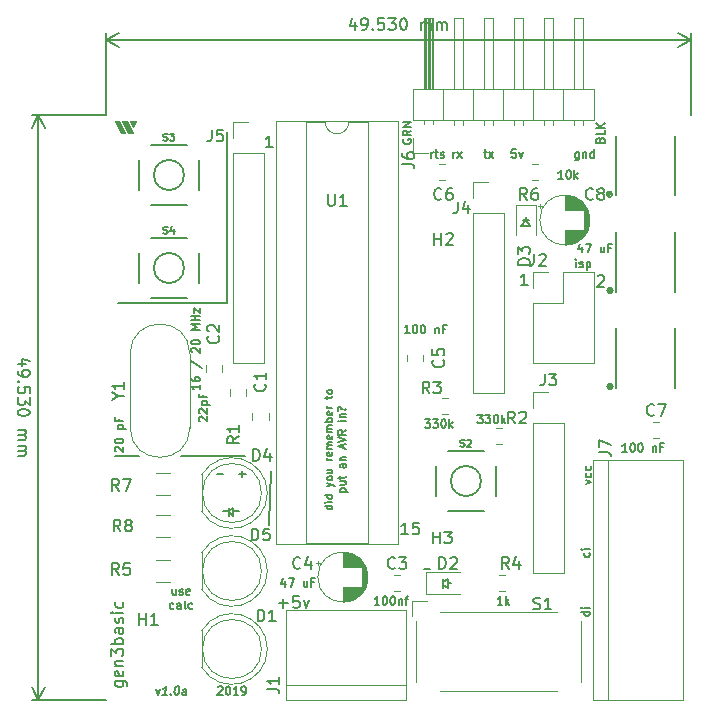
<source format=gto>
G04 #@! TF.GenerationSoftware,KiCad,Pcbnew,(5.1.2)-1*
G04 #@! TF.CreationDate,2019-06-09T10:39:25-07:00*
G04 #@! TF.ProjectId,gen3basic,67656e33-6261-4736-9963-2e6b69636164,v1.0a*
G04 #@! TF.SameCoordinates,PX3072580PY2a640d0*
G04 #@! TF.FileFunction,Legend,Top*
G04 #@! TF.FilePolarity,Positive*
%FSLAX46Y46*%
G04 Gerber Fmt 4.6, Leading zero omitted, Abs format (unit mm)*
G04 Created by KiCad (PCBNEW (5.1.2)-1) date 2019-06-09 10:39:25*
%MOMM*%
%LPD*%
G04 APERTURE LIST*
%ADD10C,0.150000*%
%ADD11C,0.100000*%
%ADD12C,0.203200*%
%ADD13C,0.120000*%
%ADD14C,0.127000*%
G04 APERTURE END LIST*
D10*
X40318666Y-11153000D02*
X40318666Y-11619666D01*
X40152000Y-10886333D02*
X39985333Y-11386333D01*
X40418666Y-11386333D01*
X40618666Y-10919666D02*
X41085333Y-10919666D01*
X40785333Y-11619666D01*
X42185333Y-11153000D02*
X42185333Y-11619666D01*
X41885333Y-11153000D02*
X41885333Y-11519666D01*
X41918666Y-11586333D01*
X41985333Y-11619666D01*
X42085333Y-11619666D01*
X42152000Y-11586333D01*
X42185333Y-11553000D01*
X42752000Y-11253000D02*
X42518666Y-11253000D01*
X42518666Y-11619666D02*
X42518666Y-10919666D01*
X42852000Y-10919666D01*
X9468000Y-48451333D02*
X9501333Y-48418000D01*
X9568000Y-48384666D01*
X9734666Y-48384666D01*
X9801333Y-48418000D01*
X9834666Y-48451333D01*
X9868000Y-48518000D01*
X9868000Y-48584666D01*
X9834666Y-48684666D01*
X9434666Y-49084666D01*
X9868000Y-49084666D01*
X10301333Y-48384666D02*
X10368000Y-48384666D01*
X10434666Y-48418000D01*
X10468000Y-48451333D01*
X10501333Y-48518000D01*
X10534666Y-48651333D01*
X10534666Y-48818000D01*
X10501333Y-48951333D01*
X10468000Y-49018000D01*
X10434666Y-49051333D01*
X10368000Y-49084666D01*
X10301333Y-49084666D01*
X10234666Y-49051333D01*
X10201333Y-49018000D01*
X10168000Y-48951333D01*
X10134666Y-48818000D01*
X10134666Y-48651333D01*
X10168000Y-48518000D01*
X10201333Y-48451333D01*
X10234666Y-48418000D01*
X10301333Y-48384666D01*
X11201333Y-49084666D02*
X10801333Y-49084666D01*
X11001333Y-49084666D02*
X11001333Y-48384666D01*
X10934666Y-48484666D01*
X10868000Y-48551333D01*
X10801333Y-48584666D01*
X11534666Y-49084666D02*
X11668000Y-49084666D01*
X11734666Y-49051333D01*
X11768000Y-49018000D01*
X11834666Y-48918000D01*
X11868000Y-48784666D01*
X11868000Y-48518000D01*
X11834666Y-48451333D01*
X11801333Y-48418000D01*
X11734666Y-48384666D01*
X11601333Y-48384666D01*
X11534666Y-48418000D01*
X11501333Y-48451333D01*
X11468000Y-48518000D01*
X11468000Y-48684666D01*
X11501333Y-48751333D01*
X11534666Y-48784666D01*
X11601333Y-48818000D01*
X11734666Y-48818000D01*
X11801333Y-48784666D01*
X11834666Y-48751333D01*
X11868000Y-48684666D01*
X801714Y-47950047D02*
X1611238Y-47950047D01*
X1706476Y-47997666D01*
X1754095Y-48045285D01*
X1801714Y-48140523D01*
X1801714Y-48283380D01*
X1754095Y-48378619D01*
X1420761Y-47950047D02*
X1468380Y-48045285D01*
X1468380Y-48235761D01*
X1420761Y-48331000D01*
X1373142Y-48378619D01*
X1277904Y-48426238D01*
X992190Y-48426238D01*
X896952Y-48378619D01*
X849333Y-48331000D01*
X801714Y-48235761D01*
X801714Y-48045285D01*
X849333Y-47950047D01*
X1420761Y-47092904D02*
X1468380Y-47188142D01*
X1468380Y-47378619D01*
X1420761Y-47473857D01*
X1325523Y-47521476D01*
X944571Y-47521476D01*
X849333Y-47473857D01*
X801714Y-47378619D01*
X801714Y-47188142D01*
X849333Y-47092904D01*
X944571Y-47045285D01*
X1039809Y-47045285D01*
X1135047Y-47521476D01*
X801714Y-46616714D02*
X1468380Y-46616714D01*
X896952Y-46616714D02*
X849333Y-46569095D01*
X801714Y-46473857D01*
X801714Y-46331000D01*
X849333Y-46235761D01*
X944571Y-46188142D01*
X1468380Y-46188142D01*
X468380Y-45807190D02*
X468380Y-45188142D01*
X849333Y-45521476D01*
X849333Y-45378619D01*
X896952Y-45283380D01*
X944571Y-45235761D01*
X1039809Y-45188142D01*
X1277904Y-45188142D01*
X1373142Y-45235761D01*
X1420761Y-45283380D01*
X1468380Y-45378619D01*
X1468380Y-45664333D01*
X1420761Y-45759571D01*
X1373142Y-45807190D01*
X1468380Y-44759571D02*
X468380Y-44759571D01*
X849333Y-44759571D02*
X801714Y-44664333D01*
X801714Y-44473857D01*
X849333Y-44378619D01*
X896952Y-44331000D01*
X992190Y-44283380D01*
X1277904Y-44283380D01*
X1373142Y-44331000D01*
X1420761Y-44378619D01*
X1468380Y-44473857D01*
X1468380Y-44664333D01*
X1420761Y-44759571D01*
X1468380Y-43426238D02*
X944571Y-43426238D01*
X849333Y-43473857D01*
X801714Y-43569095D01*
X801714Y-43759571D01*
X849333Y-43854809D01*
X1420761Y-43426238D02*
X1468380Y-43521476D01*
X1468380Y-43759571D01*
X1420761Y-43854809D01*
X1325523Y-43902428D01*
X1230285Y-43902428D01*
X1135047Y-43854809D01*
X1087428Y-43759571D01*
X1087428Y-43521476D01*
X1039809Y-43426238D01*
X1420761Y-42997666D02*
X1468380Y-42902428D01*
X1468380Y-42711952D01*
X1420761Y-42616714D01*
X1325523Y-42569095D01*
X1277904Y-42569095D01*
X1182666Y-42616714D01*
X1135047Y-42711952D01*
X1135047Y-42854809D01*
X1087428Y-42950047D01*
X992190Y-42997666D01*
X944571Y-42997666D01*
X849333Y-42950047D01*
X801714Y-42854809D01*
X801714Y-42711952D01*
X849333Y-42616714D01*
X1468380Y-42140523D02*
X801714Y-42140523D01*
X468380Y-42140523D02*
X516000Y-42188142D01*
X563619Y-42140523D01*
X516000Y-42092904D01*
X468380Y-42140523D01*
X563619Y-42140523D01*
X1420761Y-41235761D02*
X1468380Y-41331000D01*
X1468380Y-41521476D01*
X1420761Y-41616714D01*
X1373142Y-41664333D01*
X1277904Y-41711952D01*
X992190Y-41711952D01*
X896952Y-41664333D01*
X849333Y-41616714D01*
X801714Y-41521476D01*
X801714Y-41331000D01*
X849333Y-41235761D01*
X19162547Y-33087666D02*
X18512547Y-33087666D01*
X19131595Y-33087666D02*
X19162547Y-33149571D01*
X19162547Y-33273380D01*
X19131595Y-33335285D01*
X19100642Y-33366238D01*
X19038738Y-33397190D01*
X18853023Y-33397190D01*
X18791119Y-33366238D01*
X18760166Y-33335285D01*
X18729214Y-33273380D01*
X18729214Y-33149571D01*
X18760166Y-33087666D01*
X19162547Y-32778142D02*
X18729214Y-32778142D01*
X18512547Y-32778142D02*
X18543500Y-32809095D01*
X18574452Y-32778142D01*
X18543500Y-32747190D01*
X18512547Y-32778142D01*
X18574452Y-32778142D01*
X19162547Y-32190047D02*
X18512547Y-32190047D01*
X19131595Y-32190047D02*
X19162547Y-32251952D01*
X19162547Y-32375761D01*
X19131595Y-32437666D01*
X19100642Y-32468619D01*
X19038738Y-32499571D01*
X18853023Y-32499571D01*
X18791119Y-32468619D01*
X18760166Y-32437666D01*
X18729214Y-32375761D01*
X18729214Y-32251952D01*
X18760166Y-32190047D01*
X18729214Y-31447190D02*
X19162547Y-31292428D01*
X18729214Y-31137666D02*
X19162547Y-31292428D01*
X19317309Y-31354333D01*
X19348261Y-31385285D01*
X19379214Y-31447190D01*
X19162547Y-30797190D02*
X19131595Y-30859095D01*
X19100642Y-30890047D01*
X19038738Y-30921000D01*
X18853023Y-30921000D01*
X18791119Y-30890047D01*
X18760166Y-30859095D01*
X18729214Y-30797190D01*
X18729214Y-30704333D01*
X18760166Y-30642428D01*
X18791119Y-30611476D01*
X18853023Y-30580523D01*
X19038738Y-30580523D01*
X19100642Y-30611476D01*
X19131595Y-30642428D01*
X19162547Y-30704333D01*
X19162547Y-30797190D01*
X18729214Y-30023380D02*
X19162547Y-30023380D01*
X18729214Y-30301952D02*
X19069690Y-30301952D01*
X19131595Y-30271000D01*
X19162547Y-30209095D01*
X19162547Y-30116238D01*
X19131595Y-30054333D01*
X19100642Y-30023380D01*
X19162547Y-29218619D02*
X18729214Y-29218619D01*
X18853023Y-29218619D02*
X18791119Y-29187666D01*
X18760166Y-29156714D01*
X18729214Y-29094809D01*
X18729214Y-29032904D01*
X19131595Y-28568619D02*
X19162547Y-28630523D01*
X19162547Y-28754333D01*
X19131595Y-28816238D01*
X19069690Y-28847190D01*
X18822071Y-28847190D01*
X18760166Y-28816238D01*
X18729214Y-28754333D01*
X18729214Y-28630523D01*
X18760166Y-28568619D01*
X18822071Y-28537666D01*
X18883976Y-28537666D01*
X18945880Y-28847190D01*
X19162547Y-28259095D02*
X18729214Y-28259095D01*
X18791119Y-28259095D02*
X18760166Y-28228142D01*
X18729214Y-28166238D01*
X18729214Y-28073380D01*
X18760166Y-28011476D01*
X18822071Y-27980523D01*
X19162547Y-27980523D01*
X18822071Y-27980523D02*
X18760166Y-27949571D01*
X18729214Y-27887666D01*
X18729214Y-27794809D01*
X18760166Y-27732904D01*
X18822071Y-27701952D01*
X19162547Y-27701952D01*
X19131595Y-27144809D02*
X19162547Y-27206714D01*
X19162547Y-27330523D01*
X19131595Y-27392428D01*
X19069690Y-27423380D01*
X18822071Y-27423380D01*
X18760166Y-27392428D01*
X18729214Y-27330523D01*
X18729214Y-27206714D01*
X18760166Y-27144809D01*
X18822071Y-27113857D01*
X18883976Y-27113857D01*
X18945880Y-27423380D01*
X19162547Y-26835285D02*
X18729214Y-26835285D01*
X18791119Y-26835285D02*
X18760166Y-26804333D01*
X18729214Y-26742428D01*
X18729214Y-26649571D01*
X18760166Y-26587666D01*
X18822071Y-26556714D01*
X19162547Y-26556714D01*
X18822071Y-26556714D02*
X18760166Y-26525761D01*
X18729214Y-26463857D01*
X18729214Y-26371000D01*
X18760166Y-26309095D01*
X18822071Y-26278142D01*
X19162547Y-26278142D01*
X19162547Y-25968619D02*
X18512547Y-25968619D01*
X18760166Y-25968619D02*
X18729214Y-25906714D01*
X18729214Y-25782904D01*
X18760166Y-25721000D01*
X18791119Y-25690047D01*
X18853023Y-25659095D01*
X19038738Y-25659095D01*
X19100642Y-25690047D01*
X19131595Y-25721000D01*
X19162547Y-25782904D01*
X19162547Y-25906714D01*
X19131595Y-25968619D01*
X19131595Y-25132904D02*
X19162547Y-25194809D01*
X19162547Y-25318619D01*
X19131595Y-25380523D01*
X19069690Y-25411476D01*
X18822071Y-25411476D01*
X18760166Y-25380523D01*
X18729214Y-25318619D01*
X18729214Y-25194809D01*
X18760166Y-25132904D01*
X18822071Y-25101952D01*
X18883976Y-25101952D01*
X18945880Y-25411476D01*
X19162547Y-24823380D02*
X18729214Y-24823380D01*
X18853023Y-24823380D02*
X18791119Y-24792428D01*
X18760166Y-24761476D01*
X18729214Y-24699571D01*
X18729214Y-24637666D01*
X18729214Y-24018619D02*
X18729214Y-23771000D01*
X18512547Y-23925761D02*
X19069690Y-23925761D01*
X19131595Y-23894809D01*
X19162547Y-23832904D01*
X19162547Y-23771000D01*
X19162547Y-23461476D02*
X19131595Y-23523380D01*
X19100642Y-23554333D01*
X19038738Y-23585285D01*
X18853023Y-23585285D01*
X18791119Y-23554333D01*
X18760166Y-23523380D01*
X18729214Y-23461476D01*
X18729214Y-23368619D01*
X18760166Y-23306714D01*
X18791119Y-23275761D01*
X18853023Y-23244809D01*
X19038738Y-23244809D01*
X19100642Y-23275761D01*
X19131595Y-23306714D01*
X19162547Y-23368619D01*
X19162547Y-23461476D01*
X19854214Y-31880523D02*
X20504214Y-31880523D01*
X19885166Y-31880523D02*
X19854214Y-31818619D01*
X19854214Y-31694809D01*
X19885166Y-31632904D01*
X19916119Y-31601952D01*
X19978023Y-31571000D01*
X20163738Y-31571000D01*
X20225642Y-31601952D01*
X20256595Y-31632904D01*
X20287547Y-31694809D01*
X20287547Y-31818619D01*
X20256595Y-31880523D01*
X19854214Y-31013857D02*
X20287547Y-31013857D01*
X19854214Y-31292428D02*
X20194690Y-31292428D01*
X20256595Y-31261476D01*
X20287547Y-31199571D01*
X20287547Y-31106714D01*
X20256595Y-31044809D01*
X20225642Y-31013857D01*
X19854214Y-30797190D02*
X19854214Y-30549571D01*
X19637547Y-30704333D02*
X20194690Y-30704333D01*
X20256595Y-30673380D01*
X20287547Y-30611476D01*
X20287547Y-30549571D01*
X20287547Y-29559095D02*
X19947071Y-29559095D01*
X19885166Y-29590047D01*
X19854214Y-29651952D01*
X19854214Y-29775761D01*
X19885166Y-29837666D01*
X20256595Y-29559095D02*
X20287547Y-29621000D01*
X20287547Y-29775761D01*
X20256595Y-29837666D01*
X20194690Y-29868619D01*
X20132785Y-29868619D01*
X20070880Y-29837666D01*
X20039928Y-29775761D01*
X20039928Y-29621000D01*
X20008976Y-29559095D01*
X19854214Y-29249571D02*
X20287547Y-29249571D01*
X19916119Y-29249571D02*
X19885166Y-29218619D01*
X19854214Y-29156714D01*
X19854214Y-29063857D01*
X19885166Y-29001952D01*
X19947071Y-28971000D01*
X20287547Y-28971000D01*
X20101833Y-28197190D02*
X20101833Y-27887666D01*
X20287547Y-28259095D02*
X19637547Y-28042428D01*
X20287547Y-27825761D01*
X19637547Y-27701952D02*
X20287547Y-27485285D01*
X19637547Y-27268619D01*
X20287547Y-26680523D02*
X19978023Y-26897190D01*
X20287547Y-27051952D02*
X19637547Y-27051952D01*
X19637547Y-26804333D01*
X19668500Y-26742428D01*
X19699452Y-26711476D01*
X19761357Y-26680523D01*
X19854214Y-26680523D01*
X19916119Y-26711476D01*
X19947071Y-26742428D01*
X19978023Y-26804333D01*
X19978023Y-27051952D01*
X20287547Y-25906714D02*
X19854214Y-25906714D01*
X19637547Y-25906714D02*
X19668500Y-25937666D01*
X19699452Y-25906714D01*
X19668500Y-25875761D01*
X19637547Y-25906714D01*
X19699452Y-25906714D01*
X19854214Y-25597190D02*
X20287547Y-25597190D01*
X19916119Y-25597190D02*
X19885166Y-25566238D01*
X19854214Y-25504333D01*
X19854214Y-25411476D01*
X19885166Y-25349571D01*
X19947071Y-25318619D01*
X20287547Y-25318619D01*
X20225642Y-24916238D02*
X20256595Y-24885285D01*
X20287547Y-24916238D01*
X20256595Y-24947190D01*
X20225642Y-24916238D01*
X20287547Y-24916238D01*
X19668500Y-25040047D02*
X19637547Y-24978142D01*
X19637547Y-24823380D01*
X19668500Y-24761476D01*
X19730404Y-24730523D01*
X19792309Y-24730523D01*
X19854214Y-24761476D01*
X19885166Y-24792428D01*
X19916119Y-24854333D01*
X19947071Y-24885285D01*
X20008976Y-24916238D01*
X20039928Y-24916238D01*
X26949428Y-38396857D02*
X27406571Y-38396857D01*
X10414000Y-33274000D02*
X10414000Y-33909000D01*
X10795000Y-33528000D02*
X11303000Y-33528000D01*
X10795000Y-33909000D02*
X10541000Y-33655000D01*
X10795000Y-33274000D02*
X10795000Y-33909000D01*
X10414000Y-33528000D02*
X10795000Y-33274000D01*
X9906000Y-33528000D02*
X10414000Y-33528000D01*
X11290333Y-30403000D02*
X11823666Y-30403000D01*
X11557000Y-30669666D02*
X11557000Y-30136333D01*
X9385333Y-30403000D02*
X9918666Y-30403000D01*
X4256020Y-48618000D02*
X4364354Y-49084666D01*
X4589354Y-48618000D01*
X5164354Y-49084666D02*
X4764354Y-49084666D01*
X4964354Y-49084666D02*
X5051854Y-48384666D01*
X4972687Y-48484666D01*
X4897687Y-48551333D01*
X4826854Y-48584666D01*
X5472687Y-49018000D02*
X5501854Y-49051333D01*
X5464354Y-49084666D01*
X5435187Y-49051333D01*
X5472687Y-49018000D01*
X5464354Y-49084666D01*
X6018520Y-48384666D02*
X6085187Y-48384666D01*
X6147687Y-48418000D01*
X6176854Y-48451333D01*
X6201854Y-48518000D01*
X6218520Y-48651333D01*
X6197687Y-48818000D01*
X6147687Y-48951333D01*
X6106020Y-49018000D01*
X6068520Y-49051333D01*
X5997687Y-49084666D01*
X5931020Y-49084666D01*
X5868520Y-49051333D01*
X5839354Y-49018000D01*
X5814354Y-48951333D01*
X5797687Y-48818000D01*
X5818520Y-48651333D01*
X5868520Y-48518000D01*
X5910187Y-48451333D01*
X5947687Y-48418000D01*
X6018520Y-48384666D01*
X6764354Y-49084666D02*
X6810187Y-48718000D01*
X6785187Y-48651333D01*
X6722687Y-48618000D01*
X6589354Y-48618000D01*
X6518520Y-48651333D01*
X6768520Y-49051333D02*
X6697687Y-49084666D01*
X6531020Y-49084666D01*
X6468520Y-49051333D01*
X6443520Y-48984666D01*
X6451854Y-48918000D01*
X6493520Y-48851333D01*
X6564354Y-48818000D01*
X6731020Y-48818000D01*
X6801854Y-48784666D01*
D11*
G36*
X2286000Y-1016000D02*
G01*
X2032000Y-508000D01*
X2540000Y-508000D01*
X2286000Y-1016000D01*
G37*
X2286000Y-1016000D02*
X2032000Y-508000D01*
X2540000Y-508000D01*
X2286000Y-1016000D01*
G36*
X2286000Y-1524000D02*
G01*
X1905000Y-1524000D01*
X1397000Y-508000D01*
X1778000Y-508000D01*
X2286000Y-1524000D01*
G37*
X2286000Y-1524000D02*
X1905000Y-1524000D01*
X1397000Y-508000D01*
X1778000Y-508000D01*
X2286000Y-1524000D01*
G36*
X1651000Y-1524000D02*
G01*
X1270000Y-1524000D01*
X762000Y-508000D01*
X1143000Y-508000D01*
X1651000Y-1524000D01*
G37*
X1651000Y-1524000D02*
X1270000Y-1524000D01*
X762000Y-508000D01*
X1143000Y-508000D01*
X1651000Y-1524000D01*
D10*
X5916666Y-40144000D02*
X5916666Y-40610666D01*
X5616666Y-40144000D02*
X5616666Y-40510666D01*
X5650000Y-40577333D01*
X5716666Y-40610666D01*
X5816666Y-40610666D01*
X5883333Y-40577333D01*
X5916666Y-40544000D01*
X6216666Y-40577333D02*
X6283333Y-40610666D01*
X6416666Y-40610666D01*
X6483333Y-40577333D01*
X6516666Y-40510666D01*
X6516666Y-40477333D01*
X6483333Y-40410666D01*
X6416666Y-40377333D01*
X6316666Y-40377333D01*
X6250000Y-40344000D01*
X6216666Y-40277333D01*
X6216666Y-40244000D01*
X6250000Y-40177333D01*
X6316666Y-40144000D01*
X6416666Y-40144000D01*
X6483333Y-40177333D01*
X7083333Y-40577333D02*
X7016666Y-40610666D01*
X6883333Y-40610666D01*
X6816666Y-40577333D01*
X6783333Y-40510666D01*
X6783333Y-40244000D01*
X6816666Y-40177333D01*
X6883333Y-40144000D01*
X7016666Y-40144000D01*
X7083333Y-40177333D01*
X7116666Y-40244000D01*
X7116666Y-40310666D01*
X6783333Y-40377333D01*
X5716666Y-41777333D02*
X5650000Y-41810666D01*
X5516666Y-41810666D01*
X5450000Y-41777333D01*
X5416666Y-41744000D01*
X5383333Y-41677333D01*
X5383333Y-41477333D01*
X5416666Y-41410666D01*
X5450000Y-41377333D01*
X5516666Y-41344000D01*
X5650000Y-41344000D01*
X5716666Y-41377333D01*
X6316666Y-41810666D02*
X6316666Y-41444000D01*
X6283333Y-41377333D01*
X6216666Y-41344000D01*
X6083333Y-41344000D01*
X6016666Y-41377333D01*
X6316666Y-41777333D02*
X6250000Y-41810666D01*
X6083333Y-41810666D01*
X6016666Y-41777333D01*
X5983333Y-41710666D01*
X5983333Y-41644000D01*
X6016666Y-41577333D01*
X6083333Y-41544000D01*
X6250000Y-41544000D01*
X6316666Y-41510666D01*
X6750000Y-41810666D02*
X6683333Y-41777333D01*
X6650000Y-41710666D01*
X6650000Y-41110666D01*
X7316666Y-41777333D02*
X7250000Y-41810666D01*
X7116666Y-41810666D01*
X7050000Y-41777333D01*
X7016666Y-41744000D01*
X6983333Y-41677333D01*
X6983333Y-41477333D01*
X7016666Y-41410666D01*
X7050000Y-41377333D01*
X7116666Y-41344000D01*
X7250000Y-41344000D01*
X7316666Y-41377333D01*
X826333Y-28467666D02*
X793000Y-28434333D01*
X759666Y-28367666D01*
X759666Y-28201000D01*
X793000Y-28134333D01*
X826333Y-28101000D01*
X893000Y-28067666D01*
X959666Y-28067666D01*
X1059666Y-28101000D01*
X1459666Y-28501000D01*
X1459666Y-28067666D01*
X759666Y-27634333D02*
X759666Y-27567666D01*
X793000Y-27501000D01*
X826333Y-27467666D01*
X893000Y-27434333D01*
X1026333Y-27401000D01*
X1193000Y-27401000D01*
X1326333Y-27434333D01*
X1393000Y-27467666D01*
X1426333Y-27501000D01*
X1459666Y-27567666D01*
X1459666Y-27634333D01*
X1426333Y-27701000D01*
X1393000Y-27734333D01*
X1326333Y-27767666D01*
X1193000Y-27801000D01*
X1026333Y-27801000D01*
X893000Y-27767666D01*
X826333Y-27734333D01*
X793000Y-27701000D01*
X759666Y-27634333D01*
X993000Y-26567666D02*
X1693000Y-26567666D01*
X1026333Y-26567666D02*
X993000Y-26501000D01*
X993000Y-26367666D01*
X1026333Y-26301000D01*
X1059666Y-26267666D01*
X1126333Y-26234333D01*
X1326333Y-26234333D01*
X1393000Y-26267666D01*
X1426333Y-26301000D01*
X1459666Y-26367666D01*
X1459666Y-26501000D01*
X1426333Y-26567666D01*
X1093000Y-25701000D02*
X1093000Y-25934333D01*
X1459666Y-25934333D02*
X759666Y-25934333D01*
X759666Y-25601000D01*
X7936666Y-22828666D02*
X7936666Y-23228666D01*
X7936666Y-23028666D02*
X7236666Y-23028666D01*
X7336666Y-23095333D01*
X7403333Y-23162000D01*
X7436666Y-23228666D01*
X7236666Y-22228666D02*
X7236666Y-22362000D01*
X7270000Y-22428666D01*
X7303333Y-22462000D01*
X7403333Y-22528666D01*
X7536666Y-22562000D01*
X7803333Y-22562000D01*
X7870000Y-22528666D01*
X7903333Y-22495333D01*
X7936666Y-22428666D01*
X7936666Y-22295333D01*
X7903333Y-22228666D01*
X7870000Y-22195333D01*
X7803333Y-22162000D01*
X7636666Y-22162000D01*
X7570000Y-22195333D01*
X7536666Y-22228666D01*
X7503333Y-22295333D01*
X7503333Y-22428666D01*
X7536666Y-22495333D01*
X7570000Y-22528666D01*
X7636666Y-22562000D01*
X7203333Y-20828666D02*
X8103333Y-21428666D01*
X7303333Y-20095333D02*
X7270000Y-20062000D01*
X7236666Y-19995333D01*
X7236666Y-19828666D01*
X7270000Y-19762000D01*
X7303333Y-19728666D01*
X7370000Y-19695333D01*
X7436666Y-19695333D01*
X7536666Y-19728666D01*
X7936666Y-20128666D01*
X7936666Y-19695333D01*
X7236666Y-19262000D02*
X7236666Y-19195333D01*
X7270000Y-19128666D01*
X7303333Y-19095333D01*
X7370000Y-19062000D01*
X7503333Y-19028666D01*
X7670000Y-19028666D01*
X7803333Y-19062000D01*
X7870000Y-19095333D01*
X7903333Y-19128666D01*
X7936666Y-19195333D01*
X7936666Y-19262000D01*
X7903333Y-19328666D01*
X7870000Y-19362000D01*
X7803333Y-19395333D01*
X7670000Y-19428666D01*
X7503333Y-19428666D01*
X7370000Y-19395333D01*
X7303333Y-19362000D01*
X7270000Y-19328666D01*
X7236666Y-19262000D01*
X7936666Y-18195333D02*
X7236666Y-18195333D01*
X7736666Y-17962000D01*
X7236666Y-17728666D01*
X7936666Y-17728666D01*
X7936666Y-17395333D02*
X7236666Y-17395333D01*
X7570000Y-17395333D02*
X7570000Y-16995333D01*
X7936666Y-16995333D02*
X7236666Y-16995333D01*
X7470000Y-16728666D02*
X7470000Y-16362000D01*
X7936666Y-16728666D01*
X7936666Y-16362000D01*
X39786000Y-12889666D02*
X39786000Y-12423000D01*
X39786000Y-12189666D02*
X39752666Y-12223000D01*
X39786000Y-12256333D01*
X39819333Y-12223000D01*
X39786000Y-12189666D01*
X39786000Y-12256333D01*
X40086000Y-12856333D02*
X40152666Y-12889666D01*
X40286000Y-12889666D01*
X40352666Y-12856333D01*
X40386000Y-12789666D01*
X40386000Y-12756333D01*
X40352666Y-12689666D01*
X40286000Y-12656333D01*
X40186000Y-12656333D01*
X40119333Y-12623000D01*
X40086000Y-12556333D01*
X40086000Y-12523000D01*
X40119333Y-12456333D01*
X40186000Y-12423000D01*
X40286000Y-12423000D01*
X40352666Y-12456333D01*
X40686000Y-12423000D02*
X40686000Y-13123000D01*
X40686000Y-12456333D02*
X40752666Y-12423000D01*
X40886000Y-12423000D01*
X40952666Y-12456333D01*
X40986000Y-12489666D01*
X41019333Y-12556333D01*
X41019333Y-12756333D01*
X40986000Y-12823000D01*
X40952666Y-12856333D01*
X40886000Y-12889666D01*
X40752666Y-12889666D01*
X40686000Y-12856333D01*
X44116000Y-28510666D02*
X43716000Y-28510666D01*
X43916000Y-28510666D02*
X43916000Y-27810666D01*
X43849333Y-27910666D01*
X43782666Y-27977333D01*
X43716000Y-28010666D01*
X44549333Y-27810666D02*
X44616000Y-27810666D01*
X44682666Y-27844000D01*
X44716000Y-27877333D01*
X44749333Y-27944000D01*
X44782666Y-28077333D01*
X44782666Y-28244000D01*
X44749333Y-28377333D01*
X44716000Y-28444000D01*
X44682666Y-28477333D01*
X44616000Y-28510666D01*
X44549333Y-28510666D01*
X44482666Y-28477333D01*
X44449333Y-28444000D01*
X44416000Y-28377333D01*
X44382666Y-28244000D01*
X44382666Y-28077333D01*
X44416000Y-27944000D01*
X44449333Y-27877333D01*
X44482666Y-27844000D01*
X44549333Y-27810666D01*
X45216000Y-27810666D02*
X45282666Y-27810666D01*
X45349333Y-27844000D01*
X45382666Y-27877333D01*
X45416000Y-27944000D01*
X45449333Y-28077333D01*
X45449333Y-28244000D01*
X45416000Y-28377333D01*
X45382666Y-28444000D01*
X45349333Y-28477333D01*
X45282666Y-28510666D01*
X45216000Y-28510666D01*
X45149333Y-28477333D01*
X45116000Y-28444000D01*
X45082666Y-28377333D01*
X45049333Y-28244000D01*
X45049333Y-28077333D01*
X45082666Y-27944000D01*
X45116000Y-27877333D01*
X45149333Y-27844000D01*
X45216000Y-27810666D01*
X46282666Y-28044000D02*
X46282666Y-28510666D01*
X46282666Y-28110666D02*
X46316000Y-28077333D01*
X46382666Y-28044000D01*
X46482666Y-28044000D01*
X46549333Y-28077333D01*
X46582666Y-28144000D01*
X46582666Y-28510666D01*
X47149333Y-28144000D02*
X46916000Y-28144000D01*
X46916000Y-28510666D02*
X46916000Y-27810666D01*
X47249333Y-27810666D01*
X40956666Y-42053666D02*
X40256666Y-42053666D01*
X40923333Y-42053666D02*
X40956666Y-42120333D01*
X40956666Y-42253666D01*
X40923333Y-42320333D01*
X40890000Y-42353666D01*
X40823333Y-42387000D01*
X40623333Y-42387000D01*
X40556666Y-42353666D01*
X40523333Y-42320333D01*
X40490000Y-42253666D01*
X40490000Y-42120333D01*
X40523333Y-42053666D01*
X40956666Y-41720333D02*
X40490000Y-41720333D01*
X40256666Y-41720333D02*
X40290000Y-41753666D01*
X40323333Y-41720333D01*
X40290000Y-41687000D01*
X40256666Y-41720333D01*
X40323333Y-41720333D01*
X40923333Y-37084000D02*
X40956666Y-37150666D01*
X40956666Y-37284000D01*
X40923333Y-37350666D01*
X40890000Y-37384000D01*
X40823333Y-37417333D01*
X40623333Y-37417333D01*
X40556666Y-37384000D01*
X40523333Y-37350666D01*
X40490000Y-37284000D01*
X40490000Y-37150666D01*
X40523333Y-37084000D01*
X40956666Y-36784000D02*
X40490000Y-36784000D01*
X40256666Y-36784000D02*
X40290000Y-36817333D01*
X40323333Y-36784000D01*
X40290000Y-36750666D01*
X40256666Y-36784000D01*
X40323333Y-36784000D01*
X40617000Y-31246666D02*
X41083666Y-31080000D01*
X40617000Y-30913333D01*
X41050333Y-30346666D02*
X41083666Y-30413333D01*
X41083666Y-30546666D01*
X41050333Y-30613333D01*
X41017000Y-30646666D01*
X40950333Y-30680000D01*
X40750333Y-30680000D01*
X40683666Y-30646666D01*
X40650333Y-30613333D01*
X40617000Y-30546666D01*
X40617000Y-30413333D01*
X40650333Y-30346666D01*
X41050333Y-29746666D02*
X41083666Y-29813333D01*
X41083666Y-29946666D01*
X41050333Y-30013333D01*
X41017000Y-30046666D01*
X40950333Y-30080000D01*
X40750333Y-30080000D01*
X40683666Y-30046666D01*
X40650333Y-30013333D01*
X40617000Y-29946666D01*
X40617000Y-29813333D01*
X40650333Y-29746666D01*
X43180000Y-4699000D02*
X43180000Y-3175000D01*
X43180000Y-12319000D02*
X43180000Y-10541000D01*
X38699333Y-5396666D02*
X38299333Y-5396666D01*
X38499333Y-5396666D02*
X38499333Y-4696666D01*
X38432666Y-4796666D01*
X38366000Y-4863333D01*
X38299333Y-4896666D01*
X39132666Y-4696666D02*
X39199333Y-4696666D01*
X39266000Y-4730000D01*
X39299333Y-4763333D01*
X39332666Y-4830000D01*
X39366000Y-4963333D01*
X39366000Y-5130000D01*
X39332666Y-5263333D01*
X39299333Y-5330000D01*
X39266000Y-5363333D01*
X39199333Y-5396666D01*
X39132666Y-5396666D01*
X39066000Y-5363333D01*
X39032666Y-5330000D01*
X38999333Y-5263333D01*
X38966000Y-5130000D01*
X38966000Y-4963333D01*
X38999333Y-4830000D01*
X39032666Y-4763333D01*
X39066000Y-4730000D01*
X39132666Y-4696666D01*
X39666000Y-5396666D02*
X39666000Y-4696666D01*
X39732666Y-5130000D02*
X39932666Y-5396666D01*
X39932666Y-4930000D02*
X39666000Y-5196666D01*
X35941000Y-9398000D02*
X35560000Y-8890000D01*
X35179000Y-9398000D02*
X35941000Y-9398000D01*
X35560000Y-8890000D02*
X35179000Y-9398000D01*
X35560000Y-8636000D02*
X35560000Y-8890000D01*
X35306000Y-8890000D02*
X35814000Y-8890000D01*
X25701000Y-18477666D02*
X25301000Y-18477666D01*
X25501000Y-18477666D02*
X25501000Y-17777666D01*
X25434333Y-17877666D01*
X25367666Y-17944333D01*
X25301000Y-17977666D01*
X26134333Y-17777666D02*
X26201000Y-17777666D01*
X26267666Y-17811000D01*
X26301000Y-17844333D01*
X26334333Y-17911000D01*
X26367666Y-18044333D01*
X26367666Y-18211000D01*
X26334333Y-18344333D01*
X26301000Y-18411000D01*
X26267666Y-18444333D01*
X26201000Y-18477666D01*
X26134333Y-18477666D01*
X26067666Y-18444333D01*
X26034333Y-18411000D01*
X26001000Y-18344333D01*
X25967666Y-18211000D01*
X25967666Y-18044333D01*
X26001000Y-17911000D01*
X26034333Y-17844333D01*
X26067666Y-17811000D01*
X26134333Y-17777666D01*
X26801000Y-17777666D02*
X26867666Y-17777666D01*
X26934333Y-17811000D01*
X26967666Y-17844333D01*
X27001000Y-17911000D01*
X27034333Y-18044333D01*
X27034333Y-18211000D01*
X27001000Y-18344333D01*
X26967666Y-18411000D01*
X26934333Y-18444333D01*
X26867666Y-18477666D01*
X26801000Y-18477666D01*
X26734333Y-18444333D01*
X26701000Y-18411000D01*
X26667666Y-18344333D01*
X26634333Y-18211000D01*
X26634333Y-18044333D01*
X26667666Y-17911000D01*
X26701000Y-17844333D01*
X26734333Y-17811000D01*
X26801000Y-17777666D01*
X27867666Y-18011000D02*
X27867666Y-18477666D01*
X27867666Y-18077666D02*
X27901000Y-18044333D01*
X27967666Y-18011000D01*
X28067666Y-18011000D01*
X28134333Y-18044333D01*
X28167666Y-18111000D01*
X28167666Y-18477666D01*
X28734333Y-18111000D02*
X28501000Y-18111000D01*
X28501000Y-18477666D02*
X28501000Y-17777666D01*
X28834333Y-17777666D01*
X31455666Y-25397666D02*
X31889000Y-25397666D01*
X31655666Y-25664333D01*
X31755666Y-25664333D01*
X31822333Y-25697666D01*
X31855666Y-25731000D01*
X31889000Y-25797666D01*
X31889000Y-25964333D01*
X31855666Y-26031000D01*
X31822333Y-26064333D01*
X31755666Y-26097666D01*
X31555666Y-26097666D01*
X31489000Y-26064333D01*
X31455666Y-26031000D01*
X32122333Y-25397666D02*
X32555666Y-25397666D01*
X32322333Y-25664333D01*
X32422333Y-25664333D01*
X32489000Y-25697666D01*
X32522333Y-25731000D01*
X32555666Y-25797666D01*
X32555666Y-25964333D01*
X32522333Y-26031000D01*
X32489000Y-26064333D01*
X32422333Y-26097666D01*
X32222333Y-26097666D01*
X32155666Y-26064333D01*
X32122333Y-26031000D01*
X32989000Y-25397666D02*
X33055666Y-25397666D01*
X33122333Y-25431000D01*
X33155666Y-25464333D01*
X33189000Y-25531000D01*
X33222333Y-25664333D01*
X33222333Y-25831000D01*
X33189000Y-25964333D01*
X33155666Y-26031000D01*
X33122333Y-26064333D01*
X33055666Y-26097666D01*
X32989000Y-26097666D01*
X32922333Y-26064333D01*
X32889000Y-26031000D01*
X32855666Y-25964333D01*
X32822333Y-25831000D01*
X32822333Y-25664333D01*
X32855666Y-25531000D01*
X32889000Y-25464333D01*
X32922333Y-25431000D01*
X32989000Y-25397666D01*
X33522333Y-26097666D02*
X33522333Y-25397666D01*
X33589000Y-25831000D02*
X33789000Y-26097666D01*
X33789000Y-25631000D02*
X33522333Y-25897666D01*
X27010666Y-25778666D02*
X27444000Y-25778666D01*
X27210666Y-26045333D01*
X27310666Y-26045333D01*
X27377333Y-26078666D01*
X27410666Y-26112000D01*
X27444000Y-26178666D01*
X27444000Y-26345333D01*
X27410666Y-26412000D01*
X27377333Y-26445333D01*
X27310666Y-26478666D01*
X27110666Y-26478666D01*
X27044000Y-26445333D01*
X27010666Y-26412000D01*
X27677333Y-25778666D02*
X28110666Y-25778666D01*
X27877333Y-26045333D01*
X27977333Y-26045333D01*
X28044000Y-26078666D01*
X28077333Y-26112000D01*
X28110666Y-26178666D01*
X28110666Y-26345333D01*
X28077333Y-26412000D01*
X28044000Y-26445333D01*
X27977333Y-26478666D01*
X27777333Y-26478666D01*
X27710666Y-26445333D01*
X27677333Y-26412000D01*
X28544000Y-25778666D02*
X28610666Y-25778666D01*
X28677333Y-25812000D01*
X28710666Y-25845333D01*
X28744000Y-25912000D01*
X28777333Y-26045333D01*
X28777333Y-26212000D01*
X28744000Y-26345333D01*
X28710666Y-26412000D01*
X28677333Y-26445333D01*
X28610666Y-26478666D01*
X28544000Y-26478666D01*
X28477333Y-26445333D01*
X28444000Y-26412000D01*
X28410666Y-26345333D01*
X28377333Y-26212000D01*
X28377333Y-26045333D01*
X28410666Y-25912000D01*
X28444000Y-25845333D01*
X28477333Y-25812000D01*
X28544000Y-25778666D01*
X29077333Y-26478666D02*
X29077333Y-25778666D01*
X29144000Y-26212000D02*
X29344000Y-26478666D01*
X29344000Y-26012000D02*
X29077333Y-26278666D01*
X7938333Y-25915000D02*
X7905000Y-25881666D01*
X7871666Y-25815000D01*
X7871666Y-25648333D01*
X7905000Y-25581666D01*
X7938333Y-25548333D01*
X8005000Y-25515000D01*
X8071666Y-25515000D01*
X8171666Y-25548333D01*
X8571666Y-25948333D01*
X8571666Y-25515000D01*
X7938333Y-25248333D02*
X7905000Y-25215000D01*
X7871666Y-25148333D01*
X7871666Y-24981666D01*
X7905000Y-24915000D01*
X7938333Y-24881666D01*
X8005000Y-24848333D01*
X8071666Y-24848333D01*
X8171666Y-24881666D01*
X8571666Y-25281666D01*
X8571666Y-24848333D01*
X8105000Y-24548333D02*
X8805000Y-24548333D01*
X8138333Y-24548333D02*
X8105000Y-24481666D01*
X8105000Y-24348333D01*
X8138333Y-24281666D01*
X8171666Y-24248333D01*
X8238333Y-24215000D01*
X8438333Y-24215000D01*
X8505000Y-24248333D01*
X8538333Y-24281666D01*
X8571666Y-24348333D01*
X8571666Y-24481666D01*
X8538333Y-24548333D01*
X8205000Y-23681666D02*
X8205000Y-23915000D01*
X8571666Y-23915000D02*
X7871666Y-23915000D01*
X7871666Y-23581666D01*
X25590523Y-35504380D02*
X25019095Y-35504380D01*
X25304809Y-35504380D02*
X25304809Y-34504380D01*
X25209571Y-34647238D01*
X25114333Y-34742476D01*
X25019095Y-34790095D01*
X26495285Y-34504380D02*
X26019095Y-34504380D01*
X25971476Y-34980571D01*
X26019095Y-34932952D01*
X26114333Y-34885333D01*
X26352428Y-34885333D01*
X26447666Y-34932952D01*
X26495285Y-34980571D01*
X26542904Y-35075809D01*
X26542904Y-35313904D01*
X26495285Y-35409142D01*
X26447666Y-35456761D01*
X26352428Y-35504380D01*
X26114333Y-35504380D01*
X26019095Y-35456761D01*
X25971476Y-35409142D01*
X14128714Y-2738380D02*
X13557285Y-2738380D01*
X13843000Y-2738380D02*
X13843000Y-1738380D01*
X13747761Y-1881238D01*
X13652523Y-1976476D01*
X13557285Y-2024095D01*
X15172666Y-39474000D02*
X15172666Y-39940666D01*
X15006000Y-39207333D02*
X14839333Y-39707333D01*
X15272666Y-39707333D01*
X15472666Y-39240666D02*
X15939333Y-39240666D01*
X15639333Y-39940666D01*
X17039333Y-39474000D02*
X17039333Y-39940666D01*
X16739333Y-39474000D02*
X16739333Y-39840666D01*
X16772666Y-39907333D01*
X16839333Y-39940666D01*
X16939333Y-39940666D01*
X17006000Y-39907333D01*
X17039333Y-39874000D01*
X17606000Y-39574000D02*
X17372666Y-39574000D01*
X17372666Y-39940666D02*
X17372666Y-39240666D01*
X17706000Y-39240666D01*
X28956000Y-39624000D02*
X29210000Y-39624000D01*
X28956000Y-40005000D02*
X28575000Y-39751000D01*
X28956000Y-39243000D02*
X28956000Y-40005000D01*
X28575000Y-39497000D02*
X28956000Y-39243000D01*
X28575000Y-40005000D02*
X28575000Y-39497000D01*
X28575000Y-39243000D02*
X28575000Y-40005000D01*
X33571666Y-41464666D02*
X33171666Y-41464666D01*
X33371666Y-41464666D02*
X33371666Y-40764666D01*
X33305000Y-40864666D01*
X33238333Y-40931333D01*
X33171666Y-40964666D01*
X33871666Y-41464666D02*
X33871666Y-40764666D01*
X33938333Y-41198000D02*
X34138333Y-41464666D01*
X34138333Y-40998000D02*
X33871666Y-41264666D01*
X23146666Y-41464666D02*
X22746666Y-41464666D01*
X22946666Y-41464666D02*
X22946666Y-40764666D01*
X22880000Y-40864666D01*
X22813333Y-40931333D01*
X22746666Y-40964666D01*
X23580000Y-40764666D02*
X23646666Y-40764666D01*
X23713333Y-40798000D01*
X23746666Y-40831333D01*
X23780000Y-40898000D01*
X23813333Y-41031333D01*
X23813333Y-41198000D01*
X23780000Y-41331333D01*
X23746666Y-41398000D01*
X23713333Y-41431333D01*
X23646666Y-41464666D01*
X23580000Y-41464666D01*
X23513333Y-41431333D01*
X23480000Y-41398000D01*
X23446666Y-41331333D01*
X23413333Y-41198000D01*
X23413333Y-41031333D01*
X23446666Y-40898000D01*
X23480000Y-40831333D01*
X23513333Y-40798000D01*
X23580000Y-40764666D01*
X24246666Y-40764666D02*
X24313333Y-40764666D01*
X24380000Y-40798000D01*
X24413333Y-40831333D01*
X24446666Y-40898000D01*
X24480000Y-41031333D01*
X24480000Y-41198000D01*
X24446666Y-41331333D01*
X24413333Y-41398000D01*
X24380000Y-41431333D01*
X24313333Y-41464666D01*
X24246666Y-41464666D01*
X24180000Y-41431333D01*
X24146666Y-41398000D01*
X24113333Y-41331333D01*
X24080000Y-41198000D01*
X24080000Y-41031333D01*
X24113333Y-40898000D01*
X24146666Y-40831333D01*
X24180000Y-40798000D01*
X24246666Y-40764666D01*
X24780000Y-40998000D02*
X24780000Y-41464666D01*
X24780000Y-41064666D02*
X24813333Y-41031333D01*
X24880000Y-40998000D01*
X24980000Y-40998000D01*
X25046666Y-41031333D01*
X25080000Y-41098000D01*
X25080000Y-41464666D01*
X25313333Y-40998000D02*
X25580000Y-40998000D01*
X25413333Y-41464666D02*
X25413333Y-40864666D01*
X25446666Y-40798000D01*
X25513333Y-40764666D01*
X25580000Y-40764666D01*
X14636904Y-41346428D02*
X15398809Y-41346428D01*
X15017857Y-41727380D02*
X15017857Y-40965476D01*
X16351190Y-40727380D02*
X15875000Y-40727380D01*
X15827380Y-41203571D01*
X15875000Y-41155952D01*
X15970238Y-41108333D01*
X16208333Y-41108333D01*
X16303571Y-41155952D01*
X16351190Y-41203571D01*
X16398809Y-41298809D01*
X16398809Y-41536904D01*
X16351190Y-41632142D01*
X16303571Y-41679761D01*
X16208333Y-41727380D01*
X15970238Y-41727380D01*
X15875000Y-41679761D01*
X15827380Y-41632142D01*
X16732142Y-41060714D02*
X16970238Y-41727380D01*
X17208333Y-41060714D01*
X41624285Y-13644619D02*
X41671904Y-13597000D01*
X41767142Y-13549380D01*
X42005238Y-13549380D01*
X42100476Y-13597000D01*
X42148095Y-13644619D01*
X42195714Y-13739857D01*
X42195714Y-13835095D01*
X42148095Y-13977952D01*
X41576666Y-14549380D01*
X42195714Y-14549380D01*
X35718714Y-14422380D02*
X35147285Y-14422380D01*
X35433000Y-14422380D02*
X35433000Y-13422380D01*
X35337761Y-13565238D01*
X35242523Y-13660476D01*
X35147285Y-13708095D01*
X25177000Y-2057333D02*
X25143666Y-2124000D01*
X25143666Y-2224000D01*
X25177000Y-2324000D01*
X25243666Y-2390666D01*
X25310333Y-2424000D01*
X25443666Y-2457333D01*
X25543666Y-2457333D01*
X25677000Y-2424000D01*
X25743666Y-2390666D01*
X25810333Y-2324000D01*
X25843666Y-2224000D01*
X25843666Y-2157333D01*
X25810333Y-2057333D01*
X25777000Y-2024000D01*
X25543666Y-2024000D01*
X25543666Y-2157333D01*
X25843666Y-1324000D02*
X25510333Y-1557333D01*
X25843666Y-1724000D02*
X25143666Y-1724000D01*
X25143666Y-1457333D01*
X25177000Y-1390666D01*
X25210333Y-1357333D01*
X25277000Y-1324000D01*
X25377000Y-1324000D01*
X25443666Y-1357333D01*
X25477000Y-1390666D01*
X25510333Y-1457333D01*
X25510333Y-1724000D01*
X25843666Y-1024000D02*
X25143666Y-1024000D01*
X25843666Y-624000D01*
X25143666Y-624000D01*
X27533666Y-3618666D02*
X27533666Y-3152000D01*
X27533666Y-3285333D02*
X27567000Y-3218666D01*
X27600333Y-3185333D01*
X27667000Y-3152000D01*
X27733666Y-3152000D01*
X27867000Y-3152000D02*
X28133666Y-3152000D01*
X27967000Y-2918666D02*
X27967000Y-3518666D01*
X28000333Y-3585333D01*
X28067000Y-3618666D01*
X28133666Y-3618666D01*
X28333666Y-3585333D02*
X28400333Y-3618666D01*
X28533666Y-3618666D01*
X28600333Y-3585333D01*
X28633666Y-3518666D01*
X28633666Y-3485333D01*
X28600333Y-3418666D01*
X28533666Y-3385333D01*
X28433666Y-3385333D01*
X28367000Y-3352000D01*
X28333666Y-3285333D01*
X28333666Y-3252000D01*
X28367000Y-3185333D01*
X28433666Y-3152000D01*
X28533666Y-3152000D01*
X28600333Y-3185333D01*
X29384666Y-3618666D02*
X29384666Y-3152000D01*
X29384666Y-3285333D02*
X29418000Y-3218666D01*
X29451333Y-3185333D01*
X29518000Y-3152000D01*
X29584666Y-3152000D01*
X29751333Y-3618666D02*
X30118000Y-3152000D01*
X29751333Y-3152000D02*
X30118000Y-3618666D01*
X31968333Y-3152000D02*
X32235000Y-3152000D01*
X32068333Y-2918666D02*
X32068333Y-3518666D01*
X32101666Y-3585333D01*
X32168333Y-3618666D01*
X32235000Y-3618666D01*
X32401666Y-3618666D02*
X32768333Y-3152000D01*
X32401666Y-3152000D02*
X32768333Y-3618666D01*
X34698000Y-2918666D02*
X34364666Y-2918666D01*
X34331333Y-3252000D01*
X34364666Y-3218666D01*
X34431333Y-3185333D01*
X34598000Y-3185333D01*
X34664666Y-3218666D01*
X34698000Y-3252000D01*
X34731333Y-3318666D01*
X34731333Y-3485333D01*
X34698000Y-3552000D01*
X34664666Y-3585333D01*
X34598000Y-3618666D01*
X34431333Y-3618666D01*
X34364666Y-3585333D01*
X34331333Y-3552000D01*
X34964666Y-3152000D02*
X35131333Y-3618666D01*
X35298000Y-3152000D01*
X40029666Y-3152000D02*
X40029666Y-3718666D01*
X39996333Y-3785333D01*
X39963000Y-3818666D01*
X39896333Y-3852000D01*
X39796333Y-3852000D01*
X39729666Y-3818666D01*
X40029666Y-3585333D02*
X39963000Y-3618666D01*
X39829666Y-3618666D01*
X39763000Y-3585333D01*
X39729666Y-3552000D01*
X39696333Y-3485333D01*
X39696333Y-3285333D01*
X39729666Y-3218666D01*
X39763000Y-3185333D01*
X39829666Y-3152000D01*
X39963000Y-3152000D01*
X40029666Y-3185333D01*
X40363000Y-3152000D02*
X40363000Y-3618666D01*
X40363000Y-3218666D02*
X40396333Y-3185333D01*
X40463000Y-3152000D01*
X40563000Y-3152000D01*
X40629666Y-3185333D01*
X40663000Y-3252000D01*
X40663000Y-3618666D01*
X41296333Y-3618666D02*
X41296333Y-2918666D01*
X41296333Y-3585333D02*
X41229666Y-3618666D01*
X41096333Y-3618666D01*
X41029666Y-3585333D01*
X40996333Y-3552000D01*
X40963000Y-3485333D01*
X40963000Y-3285333D01*
X40996333Y-3218666D01*
X41029666Y-3185333D01*
X41096333Y-3152000D01*
X41229666Y-3152000D01*
X41296333Y-3185333D01*
X41860000Y-2107333D02*
X41893333Y-2007333D01*
X41926666Y-1974000D01*
X41993333Y-1940666D01*
X42093333Y-1940666D01*
X42160000Y-1974000D01*
X42193333Y-2007333D01*
X42226666Y-2074000D01*
X42226666Y-2340666D01*
X41526666Y-2340666D01*
X41526666Y-2107333D01*
X41560000Y-2040666D01*
X41593333Y-2007333D01*
X41660000Y-1974000D01*
X41726666Y-1974000D01*
X41793333Y-2007333D01*
X41826666Y-2040666D01*
X41860000Y-2107333D01*
X41860000Y-2340666D01*
X42226666Y-1307333D02*
X42226666Y-1640666D01*
X41526666Y-1640666D01*
X42226666Y-1074000D02*
X41526666Y-1074000D01*
X42226666Y-674000D02*
X41826666Y-974000D01*
X41526666Y-674000D02*
X41926666Y-1074000D01*
X13970000Y-30099000D02*
X13843000Y-34671000D01*
X6350000Y-28829000D02*
X11811000Y-28829000D01*
X762000Y-28829000D02*
X2794000Y-28829000D01*
X10287000Y-15875000D02*
X1016000Y-15875000D01*
X10287000Y-1397000D02*
X10287000Y-15875000D01*
X-6800715Y-21098333D02*
X-7467381Y-21098333D01*
X-6419762Y-20860238D02*
X-7134048Y-20622142D01*
X-7134048Y-21241190D01*
X-7467381Y-21669761D02*
X-7467381Y-21860238D01*
X-7419762Y-21955476D01*
X-7372143Y-22003095D01*
X-7229286Y-22098333D01*
X-7038810Y-22145952D01*
X-6657858Y-22145952D01*
X-6562620Y-22098333D01*
X-6515000Y-22050714D01*
X-6467381Y-21955476D01*
X-6467381Y-21765000D01*
X-6515000Y-21669761D01*
X-6562620Y-21622142D01*
X-6657858Y-21574523D01*
X-6895953Y-21574523D01*
X-6991191Y-21622142D01*
X-7038810Y-21669761D01*
X-7086429Y-21765000D01*
X-7086429Y-21955476D01*
X-7038810Y-22050714D01*
X-6991191Y-22098333D01*
X-6895953Y-22145952D01*
X-7372143Y-22574523D02*
X-7419762Y-22622142D01*
X-7467381Y-22574523D01*
X-7419762Y-22526904D01*
X-7372143Y-22574523D01*
X-7467381Y-22574523D01*
X-6467381Y-23526904D02*
X-6467381Y-23050714D01*
X-6943572Y-23003095D01*
X-6895953Y-23050714D01*
X-6848334Y-23145952D01*
X-6848334Y-23384047D01*
X-6895953Y-23479285D01*
X-6943572Y-23526904D01*
X-7038810Y-23574523D01*
X-7276905Y-23574523D01*
X-7372143Y-23526904D01*
X-7419762Y-23479285D01*
X-7467381Y-23384047D01*
X-7467381Y-23145952D01*
X-7419762Y-23050714D01*
X-7372143Y-23003095D01*
X-6467381Y-23907857D02*
X-6467381Y-24526904D01*
X-6848334Y-24193571D01*
X-6848334Y-24336428D01*
X-6895953Y-24431666D01*
X-6943572Y-24479285D01*
X-7038810Y-24526904D01*
X-7276905Y-24526904D01*
X-7372143Y-24479285D01*
X-7419762Y-24431666D01*
X-7467381Y-24336428D01*
X-7467381Y-24050714D01*
X-7419762Y-23955476D01*
X-7372143Y-23907857D01*
X-6467381Y-25145952D02*
X-6467381Y-25241190D01*
X-6515000Y-25336428D01*
X-6562620Y-25384047D01*
X-6657858Y-25431666D01*
X-6848334Y-25479285D01*
X-7086429Y-25479285D01*
X-7276905Y-25431666D01*
X-7372143Y-25384047D01*
X-7419762Y-25336428D01*
X-7467381Y-25241190D01*
X-7467381Y-25145952D01*
X-7419762Y-25050714D01*
X-7372143Y-25003095D01*
X-7276905Y-24955476D01*
X-7086429Y-24907857D01*
X-6848334Y-24907857D01*
X-6657858Y-24955476D01*
X-6562620Y-25003095D01*
X-6515000Y-25050714D01*
X-6467381Y-25145952D01*
X-7467381Y-26669761D02*
X-6800715Y-26669761D01*
X-6895953Y-26669761D02*
X-6848334Y-26717380D01*
X-6800715Y-26812619D01*
X-6800715Y-26955476D01*
X-6848334Y-27050714D01*
X-6943572Y-27098333D01*
X-7467381Y-27098333D01*
X-6943572Y-27098333D02*
X-6848334Y-27145952D01*
X-6800715Y-27241190D01*
X-6800715Y-27384047D01*
X-6848334Y-27479285D01*
X-6943572Y-27526904D01*
X-7467381Y-27526904D01*
X-7467381Y-28003095D02*
X-6800715Y-28003095D01*
X-6895953Y-28003095D02*
X-6848334Y-28050714D01*
X-6800715Y-28145952D01*
X-6800715Y-28288809D01*
X-6848334Y-28384047D01*
X-6943572Y-28431666D01*
X-7467381Y-28431666D01*
X-6943572Y-28431666D02*
X-6848334Y-28479285D01*
X-6800715Y-28574523D01*
X-6800715Y-28717380D01*
X-6848334Y-28812619D01*
X-6943572Y-28860238D01*
X-7467381Y-28860238D01*
X-5715000Y0D02*
X-5715000Y-49530000D01*
X0Y0D02*
X-6301421Y0D01*
X0Y-49530000D02*
X-6301421Y-49530000D01*
X-5715000Y-49530000D02*
X-6301421Y-48403496D01*
X-5715000Y-49530000D02*
X-5128579Y-48403496D01*
X-5715000Y0D02*
X-6301421Y-1126504D01*
X-5715000Y0D02*
X-5128579Y-1126504D01*
X21098333Y7864286D02*
X21098333Y7197620D01*
X20860238Y8245239D02*
X20622142Y7530953D01*
X21241190Y7530953D01*
X21669761Y7197620D02*
X21860238Y7197620D01*
X21955476Y7245239D01*
X22003095Y7292858D01*
X22098333Y7435715D01*
X22145952Y7626191D01*
X22145952Y8007143D01*
X22098333Y8102381D01*
X22050714Y8150000D01*
X21955476Y8197620D01*
X21765000Y8197620D01*
X21669761Y8150000D01*
X21622142Y8102381D01*
X21574523Y8007143D01*
X21574523Y7769048D01*
X21622142Y7673810D01*
X21669761Y7626191D01*
X21765000Y7578572D01*
X21955476Y7578572D01*
X22050714Y7626191D01*
X22098333Y7673810D01*
X22145952Y7769048D01*
X22574523Y7292858D02*
X22622142Y7245239D01*
X22574523Y7197620D01*
X22526904Y7245239D01*
X22574523Y7292858D01*
X22574523Y7197620D01*
X23526904Y8197620D02*
X23050714Y8197620D01*
X23003095Y7721429D01*
X23050714Y7769048D01*
X23145952Y7816667D01*
X23384047Y7816667D01*
X23479285Y7769048D01*
X23526904Y7721429D01*
X23574523Y7626191D01*
X23574523Y7388096D01*
X23526904Y7292858D01*
X23479285Y7245239D01*
X23384047Y7197620D01*
X23145952Y7197620D01*
X23050714Y7245239D01*
X23003095Y7292858D01*
X23907857Y8197620D02*
X24526904Y8197620D01*
X24193571Y7816667D01*
X24336428Y7816667D01*
X24431666Y7769048D01*
X24479285Y7721429D01*
X24526904Y7626191D01*
X24526904Y7388096D01*
X24479285Y7292858D01*
X24431666Y7245239D01*
X24336428Y7197620D01*
X24050714Y7197620D01*
X23955476Y7245239D01*
X23907857Y7292858D01*
X25145952Y8197620D02*
X25241190Y8197620D01*
X25336428Y8150000D01*
X25384047Y8102381D01*
X25431666Y8007143D01*
X25479285Y7816667D01*
X25479285Y7578572D01*
X25431666Y7388096D01*
X25384047Y7292858D01*
X25336428Y7245239D01*
X25241190Y7197620D01*
X25145952Y7197620D01*
X25050714Y7245239D01*
X25003095Y7292858D01*
X24955476Y7388096D01*
X24907857Y7578572D01*
X24907857Y7816667D01*
X24955476Y8007143D01*
X25003095Y8102381D01*
X25050714Y8150000D01*
X25145952Y8197620D01*
X26669761Y7197620D02*
X26669761Y7864286D01*
X26669761Y7769048D02*
X26717380Y7816667D01*
X26812619Y7864286D01*
X26955476Y7864286D01*
X27050714Y7816667D01*
X27098333Y7721429D01*
X27098333Y7197620D01*
X27098333Y7721429D02*
X27145952Y7816667D01*
X27241190Y7864286D01*
X27384047Y7864286D01*
X27479285Y7816667D01*
X27526904Y7721429D01*
X27526904Y7197620D01*
X28003095Y7197620D02*
X28003095Y7864286D01*
X28003095Y7769048D02*
X28050714Y7816667D01*
X28145952Y7864286D01*
X28288809Y7864286D01*
X28384047Y7816667D01*
X28431666Y7721429D01*
X28431666Y7197620D01*
X28431666Y7721429D02*
X28479285Y7816667D01*
X28574523Y7864286D01*
X28717380Y7864286D01*
X28812619Y7816667D01*
X28860238Y7721429D01*
X28860238Y7197620D01*
X0Y6350000D02*
X49530000Y6350000D01*
X0Y0D02*
X0Y6936421D01*
X49530000Y0D02*
X49530000Y6936421D01*
X49530000Y6350000D02*
X48403496Y5763579D01*
X49530000Y6350000D02*
X48403496Y6936421D01*
X0Y6350000D02*
X1126504Y5763579D01*
X0Y6350000D02*
X1126504Y6936421D01*
X42712803Y-6718000D02*
G75*
G03X42712803Y-6718000I-89803J0D01*
G01*
X42851953Y-6718000D02*
G75*
G03X42851953Y-6718000I-228953J0D01*
G01*
D12*
X43171000Y-1805000D02*
X43171000Y-6805000D01*
X48171000Y-1805000D02*
X48171000Y-6805000D01*
D10*
X42761803Y-14859000D02*
G75*
G03X42761803Y-14859000I-89803J0D01*
G01*
X42900953Y-14859000D02*
G75*
G03X42900953Y-14859000I-228953J0D01*
G01*
D12*
X43220000Y-9946000D02*
X43220000Y-14946000D01*
X48220000Y-9946000D02*
X48220000Y-14946000D01*
D10*
X42761803Y-22987000D02*
G75*
G03X42761803Y-22987000I-89803J0D01*
G01*
X42900953Y-22987000D02*
G75*
G03X42900953Y-22987000I-228953J0D01*
G01*
D12*
X43220000Y-18074000D02*
X43220000Y-23074000D01*
X48220000Y-18074000D02*
X48220000Y-23074000D01*
D13*
X26035000Y-3175000D02*
X26035000Y-1905000D01*
X27305000Y-3175000D02*
X26035000Y-3175000D01*
X40385000Y-862071D02*
X40385000Y-465000D01*
X39625000Y-862071D02*
X39625000Y-465000D01*
X40385000Y8195000D02*
X40385000Y2195000D01*
X39625000Y8195000D02*
X40385000Y8195000D01*
X39625000Y2195000D02*
X39625000Y8195000D01*
X38735000Y-465000D02*
X38735000Y2195000D01*
X37845000Y-862071D02*
X37845000Y-465000D01*
X37085000Y-862071D02*
X37085000Y-465000D01*
X37845000Y8195000D02*
X37845000Y2195000D01*
X37085000Y8195000D02*
X37845000Y8195000D01*
X37085000Y2195000D02*
X37085000Y8195000D01*
X36195000Y-465000D02*
X36195000Y2195000D01*
X35305000Y-862071D02*
X35305000Y-465000D01*
X34545000Y-862071D02*
X34545000Y-465000D01*
X35305000Y8195000D02*
X35305000Y2195000D01*
X34545000Y8195000D02*
X35305000Y8195000D01*
X34545000Y2195000D02*
X34545000Y8195000D01*
X33655000Y-465000D02*
X33655000Y2195000D01*
X32765000Y-862071D02*
X32765000Y-465000D01*
X32005000Y-862071D02*
X32005000Y-465000D01*
X32765000Y8195000D02*
X32765000Y2195000D01*
X32005000Y8195000D02*
X32765000Y8195000D01*
X32005000Y2195000D02*
X32005000Y8195000D01*
X31115000Y-465000D02*
X31115000Y2195000D01*
X30225000Y-862071D02*
X30225000Y-465000D01*
X29465000Y-862071D02*
X29465000Y-465000D01*
X30225000Y8195000D02*
X30225000Y2195000D01*
X29465000Y8195000D02*
X30225000Y8195000D01*
X29465000Y2195000D02*
X29465000Y8195000D01*
X28575000Y-465000D02*
X28575000Y2195000D01*
X27685000Y-795000D02*
X27685000Y-465000D01*
X26925000Y-795000D02*
X26925000Y-465000D01*
X27585000Y2195000D02*
X27585000Y8195000D01*
X27465000Y2195000D02*
X27465000Y8195000D01*
X27345000Y2195000D02*
X27345000Y8195000D01*
X27225000Y2195000D02*
X27225000Y8195000D01*
X27105000Y2195000D02*
X27105000Y8195000D01*
X26985000Y2195000D02*
X26985000Y8195000D01*
X27685000Y8195000D02*
X27685000Y2195000D01*
X26925000Y8195000D02*
X27685000Y8195000D01*
X26925000Y2195000D02*
X26925000Y8195000D01*
X25975000Y2195000D02*
X25975000Y-465000D01*
X41335000Y2195000D02*
X25975000Y2195000D01*
X41335000Y-465000D02*
X41335000Y2195000D01*
X25975000Y-465000D02*
X41335000Y-465000D01*
X15240000Y-49530000D02*
X25400000Y-49530000D01*
X15240000Y-41910000D02*
X15240000Y-49530000D01*
X25400000Y-41910000D02*
X15240000Y-41910000D01*
X25400000Y-49530000D02*
X25400000Y-41910000D01*
X25400000Y-48260000D02*
X15240000Y-48260000D01*
X40210000Y-42846000D02*
X40210000Y-48046000D01*
X26210000Y-48046000D02*
X26210000Y-42846000D01*
X28260000Y-42096000D02*
X38160000Y-42096000D01*
X38160000Y-48796000D02*
X28260000Y-48796000D01*
X25910000Y-42446000D02*
X25910000Y-41146000D01*
X25910000Y-41146000D02*
X27210000Y-41146000D01*
X33012748Y-27888000D02*
X33535252Y-27888000D01*
X33012748Y-26468000D02*
X33535252Y-26468000D01*
X28440748Y-25348000D02*
X28963252Y-25348000D01*
X28440748Y-23928000D02*
X28963252Y-23928000D01*
X24376748Y-38914000D02*
X24899252Y-38914000D01*
X24376748Y-40334000D02*
X24899252Y-40334000D01*
D12*
X31750000Y-30988000D02*
G75*
G03X31750000Y-30988000I-1270000J0D01*
G01*
X32019240Y-33528000D02*
X28940760Y-33528000D01*
X33020000Y-29748480D02*
X33020000Y-32227520D01*
X28940760Y-28448000D02*
X32019240Y-28448000D01*
X27940000Y-32227520D02*
X27940000Y-29718000D01*
D13*
X5428064Y-33888000D02*
X4223936Y-33888000D01*
X5428064Y-35708000D02*
X4223936Y-35708000D01*
X5428064Y-30332000D02*
X4223936Y-30332000D01*
X5428064Y-32152000D02*
X4223936Y-32152000D01*
X5428064Y-37698000D02*
X4223936Y-37698000D01*
X5428064Y-39518000D02*
X4223936Y-39518000D01*
X10466000Y-23233748D02*
X10466000Y-23756252D01*
X11886000Y-23233748D02*
X11886000Y-23756252D01*
X7097000Y-20216000D02*
G75*
G03X2047000Y-20216000I-2525000J0D01*
G01*
X7097000Y-26466000D02*
G75*
G02X2047000Y-26466000I-2525000J0D01*
G01*
X7097000Y-26466000D02*
X7097000Y-20216000D01*
X2047000Y-26466000D02*
X2047000Y-20216000D01*
D12*
X6604000Y-12954000D02*
G75*
G03X6604000Y-12954000I-1270000J0D01*
G01*
X6873240Y-15494000D02*
X3794760Y-15494000D01*
X7874000Y-11714480D02*
X7874000Y-14193520D01*
X3794760Y-10414000D02*
X6873240Y-10414000D01*
X2794000Y-14193520D02*
X2794000Y-11684000D01*
X6604000Y-5080000D02*
G75*
G03X6604000Y-5080000I-1270000J0D01*
G01*
X6873240Y-7620000D02*
X3794760Y-7620000D01*
X7874000Y-3840480D02*
X7874000Y-6319520D01*
X3794760Y-2540000D02*
X6873240Y-2540000D01*
X2794000Y-6319520D02*
X2794000Y-3810000D01*
D13*
X36060748Y-5536000D02*
X36583252Y-5536000D01*
X36060748Y-4116000D02*
X36583252Y-4116000D01*
X33266748Y-38914000D02*
X33789252Y-38914000D01*
X33266748Y-40334000D02*
X33789252Y-40334000D01*
X31055000Y-5655000D02*
X32385000Y-5655000D01*
X31055000Y-6985000D02*
X31055000Y-5655000D01*
X31055000Y-8255000D02*
X33715000Y-8255000D01*
X33715000Y-8255000D02*
X33715000Y-23555000D01*
X31055000Y-8255000D02*
X31055000Y-23555000D01*
X31055000Y-23555000D02*
X33715000Y-23555000D01*
X36135000Y-23435000D02*
X37465000Y-23435000D01*
X36135000Y-24765000D02*
X36135000Y-23435000D01*
X36135000Y-26035000D02*
X38795000Y-26035000D01*
X38795000Y-26035000D02*
X38795000Y-38795000D01*
X36135000Y-26035000D02*
X36135000Y-38795000D01*
X36135000Y-38795000D02*
X38795000Y-38795000D01*
X13658000Y-38607538D02*
G75*
G02X8108000Y-40152830I-2990000J-462D01*
G01*
X13658000Y-38608462D02*
G75*
G03X8108000Y-37063170I-2990000J462D01*
G01*
X13168000Y-38608000D02*
G75*
G03X13168000Y-38608000I-2500000J0D01*
G01*
X8108000Y-37063000D02*
X8108000Y-40153000D01*
X13658000Y-32003538D02*
G75*
G02X8108000Y-33548830I-2990000J-462D01*
G01*
X13658000Y-32004462D02*
G75*
G03X8108000Y-30459170I-2990000J462D01*
G01*
X13168000Y-32004000D02*
G75*
G03X13168000Y-32004000I-2500000J0D01*
G01*
X8108000Y-30459000D02*
X8108000Y-33549000D01*
X36410000Y-7644000D02*
X36410000Y-10194000D01*
X34710000Y-7644000D02*
X34710000Y-10194000D01*
X36410000Y-7644000D02*
X34710000Y-7644000D01*
X29956000Y-38664000D02*
X27096000Y-38664000D01*
X27096000Y-38664000D02*
X27096000Y-40584000D01*
X27096000Y-40584000D02*
X29956000Y-40584000D01*
X13658000Y-45211538D02*
G75*
G02X8108000Y-46756830I-2990000J-462D01*
G01*
X13658000Y-45212462D02*
G75*
G03X8108000Y-43667170I-2990000J462D01*
G01*
X13168000Y-45212000D02*
G75*
G03X13168000Y-45212000I-2500000J0D01*
G01*
X8108000Y-43667000D02*
X8108000Y-46757000D01*
X8434000Y-21201748D02*
X8434000Y-21724252D01*
X9854000Y-21201748D02*
X9854000Y-21724252D01*
X13791000Y-25788252D02*
X13791000Y-25265748D01*
X12371000Y-25788252D02*
X12371000Y-25265748D01*
X46311248Y-27380000D02*
X46833752Y-27380000D01*
X46311248Y-25960000D02*
X46833752Y-25960000D01*
X28186748Y-5536000D02*
X28709252Y-5536000D01*
X28186748Y-4116000D02*
X28709252Y-4116000D01*
X26872000Y-20835252D02*
X26872000Y-20312748D01*
X25452000Y-20835252D02*
X25452000Y-20312748D01*
X24698000Y-515000D02*
X14418000Y-515000D01*
X24698000Y-36315000D02*
X24698000Y-515000D01*
X14418000Y-36315000D02*
X24698000Y-36315000D01*
X14418000Y-515000D02*
X14418000Y-36315000D01*
X22208000Y-575000D02*
X20558000Y-575000D01*
X22208000Y-36255000D02*
X22208000Y-575000D01*
X16908000Y-36255000D02*
X22208000Y-36255000D01*
X16908000Y-575000D02*
X16908000Y-36255000D01*
X18558000Y-575000D02*
X16908000Y-575000D01*
X20558000Y-575000D02*
G75*
G02X18558000Y-575000I-1000000J0D01*
G01*
X41275000Y-29210000D02*
X41275000Y-49530000D01*
X48895000Y-29210000D02*
X48895000Y-49530000D01*
X42545000Y-49530000D02*
X42545000Y-29210000D01*
X41275000Y-49530000D02*
X48895000Y-49530000D01*
X48895000Y-29210000D02*
X41275000Y-29210000D01*
X10735000Y-575000D02*
X12065000Y-575000D01*
X10735000Y-1905000D02*
X10735000Y-575000D01*
X10735000Y-3175000D02*
X13395000Y-3175000D01*
X13395000Y-3175000D02*
X13395000Y-21015000D01*
X10735000Y-3175000D02*
X10735000Y-21015000D01*
X10735000Y-21015000D02*
X13395000Y-21015000D01*
X36135000Y-13275000D02*
X37465000Y-13275000D01*
X36135000Y-14605000D02*
X36135000Y-13275000D01*
X38735000Y-13275000D02*
X41335000Y-13275000D01*
X38735000Y-15875000D02*
X38735000Y-13275000D01*
X36135000Y-15875000D02*
X38735000Y-15875000D01*
X41335000Y-13275000D02*
X41335000Y-21015000D01*
X36135000Y-15875000D02*
X36135000Y-21015000D01*
X36135000Y-21015000D02*
X41335000Y-21015000D01*
X36780199Y-7495000D02*
X36780199Y-7895000D01*
X36580199Y-7695000D02*
X36980199Y-7695000D01*
X40931000Y-8520000D02*
X40931000Y-9260000D01*
X40891000Y-8353000D02*
X40891000Y-9427000D01*
X40851000Y-8226000D02*
X40851000Y-9554000D01*
X40811000Y-8122000D02*
X40811000Y-9658000D01*
X40771000Y-8031000D02*
X40771000Y-9749000D01*
X40731000Y-7950000D02*
X40731000Y-9830000D01*
X40691000Y-7877000D02*
X40691000Y-9903000D01*
X40651000Y-7810000D02*
X40651000Y-9970000D01*
X40611000Y-7748000D02*
X40611000Y-10032000D01*
X40571000Y-7690000D02*
X40571000Y-10090000D01*
X40531000Y-7636000D02*
X40531000Y-10144000D01*
X40491000Y-7586000D02*
X40491000Y-10194000D01*
X40451000Y-7539000D02*
X40451000Y-10241000D01*
X40411000Y-9730000D02*
X40411000Y-10286000D01*
X40411000Y-7494000D02*
X40411000Y-8050000D01*
X40371000Y-9730000D02*
X40371000Y-10328000D01*
X40371000Y-7452000D02*
X40371000Y-8050000D01*
X40331000Y-9730000D02*
X40331000Y-10368000D01*
X40331000Y-7412000D02*
X40331000Y-8050000D01*
X40291000Y-9730000D02*
X40291000Y-10406000D01*
X40291000Y-7374000D02*
X40291000Y-8050000D01*
X40251000Y-9730000D02*
X40251000Y-10442000D01*
X40251000Y-7338000D02*
X40251000Y-8050000D01*
X40211000Y-9730000D02*
X40211000Y-10477000D01*
X40211000Y-7303000D02*
X40211000Y-8050000D01*
X40171000Y-9730000D02*
X40171000Y-10509000D01*
X40171000Y-7271000D02*
X40171000Y-8050000D01*
X40131000Y-9730000D02*
X40131000Y-10540000D01*
X40131000Y-7240000D02*
X40131000Y-8050000D01*
X40091000Y-9730000D02*
X40091000Y-10570000D01*
X40091000Y-7210000D02*
X40091000Y-8050000D01*
X40051000Y-9730000D02*
X40051000Y-10598000D01*
X40051000Y-7182000D02*
X40051000Y-8050000D01*
X40011000Y-9730000D02*
X40011000Y-10625000D01*
X40011000Y-7155000D02*
X40011000Y-8050000D01*
X39971000Y-9730000D02*
X39971000Y-10650000D01*
X39971000Y-7130000D02*
X39971000Y-8050000D01*
X39931000Y-9730000D02*
X39931000Y-10675000D01*
X39931000Y-7105000D02*
X39931000Y-8050000D01*
X39891000Y-9730000D02*
X39891000Y-10698000D01*
X39891000Y-7082000D02*
X39891000Y-8050000D01*
X39851000Y-9730000D02*
X39851000Y-10720000D01*
X39851000Y-7060000D02*
X39851000Y-8050000D01*
X39811000Y-9730000D02*
X39811000Y-10741000D01*
X39811000Y-7039000D02*
X39811000Y-8050000D01*
X39771000Y-9730000D02*
X39771000Y-10760000D01*
X39771000Y-7020000D02*
X39771000Y-8050000D01*
X39731000Y-9730000D02*
X39731000Y-10779000D01*
X39731000Y-7001000D02*
X39731000Y-8050000D01*
X39691000Y-9730000D02*
X39691000Y-10797000D01*
X39691000Y-6983000D02*
X39691000Y-8050000D01*
X39651000Y-9730000D02*
X39651000Y-10814000D01*
X39651000Y-6966000D02*
X39651000Y-8050000D01*
X39611000Y-9730000D02*
X39611000Y-10830000D01*
X39611000Y-6950000D02*
X39611000Y-8050000D01*
X39571000Y-9730000D02*
X39571000Y-10844000D01*
X39571000Y-6936000D02*
X39571000Y-8050000D01*
X39530000Y-9730000D02*
X39530000Y-10858000D01*
X39530000Y-6922000D02*
X39530000Y-8050000D01*
X39490000Y-9730000D02*
X39490000Y-10872000D01*
X39490000Y-6908000D02*
X39490000Y-8050000D01*
X39450000Y-9730000D02*
X39450000Y-10884000D01*
X39450000Y-6896000D02*
X39450000Y-8050000D01*
X39410000Y-9730000D02*
X39410000Y-10895000D01*
X39410000Y-6885000D02*
X39410000Y-8050000D01*
X39370000Y-9730000D02*
X39370000Y-10906000D01*
X39370000Y-6874000D02*
X39370000Y-8050000D01*
X39330000Y-9730000D02*
X39330000Y-10915000D01*
X39330000Y-6865000D02*
X39330000Y-8050000D01*
X39290000Y-9730000D02*
X39290000Y-10924000D01*
X39290000Y-6856000D02*
X39290000Y-8050000D01*
X39250000Y-9730000D02*
X39250000Y-10932000D01*
X39250000Y-6848000D02*
X39250000Y-8050000D01*
X39210000Y-9730000D02*
X39210000Y-10940000D01*
X39210000Y-6840000D02*
X39210000Y-8050000D01*
X39170000Y-9730000D02*
X39170000Y-10946000D01*
X39170000Y-6834000D02*
X39170000Y-8050000D01*
X39130000Y-9730000D02*
X39130000Y-10952000D01*
X39130000Y-6828000D02*
X39130000Y-8050000D01*
X39090000Y-9730000D02*
X39090000Y-10957000D01*
X39090000Y-6823000D02*
X39090000Y-8050000D01*
X39050000Y-9730000D02*
X39050000Y-10961000D01*
X39050000Y-6819000D02*
X39050000Y-8050000D01*
X39010000Y-9730000D02*
X39010000Y-10964000D01*
X39010000Y-6816000D02*
X39010000Y-8050000D01*
X38970000Y-9730000D02*
X38970000Y-10967000D01*
X38970000Y-6813000D02*
X38970000Y-8050000D01*
X38930000Y-6811000D02*
X38930000Y-8050000D01*
X38930000Y-9730000D02*
X38930000Y-10969000D01*
X38890000Y-6810000D02*
X38890000Y-8050000D01*
X38890000Y-9730000D02*
X38890000Y-10970000D01*
X38850000Y-6810000D02*
X38850000Y-8050000D01*
X38850000Y-9730000D02*
X38850000Y-10970000D01*
X40970000Y-8890000D02*
G75*
G03X40970000Y-8890000I-2120000J0D01*
G01*
X22174000Y-39116000D02*
G75*
G03X22174000Y-39116000I-2120000J0D01*
G01*
X20054000Y-39956000D02*
X20054000Y-41196000D01*
X20054000Y-37036000D02*
X20054000Y-38276000D01*
X20094000Y-39956000D02*
X20094000Y-41196000D01*
X20094000Y-37036000D02*
X20094000Y-38276000D01*
X20134000Y-39956000D02*
X20134000Y-41195000D01*
X20134000Y-37037000D02*
X20134000Y-38276000D01*
X20174000Y-37039000D02*
X20174000Y-38276000D01*
X20174000Y-39956000D02*
X20174000Y-41193000D01*
X20214000Y-37042000D02*
X20214000Y-38276000D01*
X20214000Y-39956000D02*
X20214000Y-41190000D01*
X20254000Y-37045000D02*
X20254000Y-38276000D01*
X20254000Y-39956000D02*
X20254000Y-41187000D01*
X20294000Y-37049000D02*
X20294000Y-38276000D01*
X20294000Y-39956000D02*
X20294000Y-41183000D01*
X20334000Y-37054000D02*
X20334000Y-38276000D01*
X20334000Y-39956000D02*
X20334000Y-41178000D01*
X20374000Y-37060000D02*
X20374000Y-38276000D01*
X20374000Y-39956000D02*
X20374000Y-41172000D01*
X20414000Y-37066000D02*
X20414000Y-38276000D01*
X20414000Y-39956000D02*
X20414000Y-41166000D01*
X20454000Y-37074000D02*
X20454000Y-38276000D01*
X20454000Y-39956000D02*
X20454000Y-41158000D01*
X20494000Y-37082000D02*
X20494000Y-38276000D01*
X20494000Y-39956000D02*
X20494000Y-41150000D01*
X20534000Y-37091000D02*
X20534000Y-38276000D01*
X20534000Y-39956000D02*
X20534000Y-41141000D01*
X20574000Y-37100000D02*
X20574000Y-38276000D01*
X20574000Y-39956000D02*
X20574000Y-41132000D01*
X20614000Y-37111000D02*
X20614000Y-38276000D01*
X20614000Y-39956000D02*
X20614000Y-41121000D01*
X20654000Y-37122000D02*
X20654000Y-38276000D01*
X20654000Y-39956000D02*
X20654000Y-41110000D01*
X20694000Y-37134000D02*
X20694000Y-38276000D01*
X20694000Y-39956000D02*
X20694000Y-41098000D01*
X20734000Y-37148000D02*
X20734000Y-38276000D01*
X20734000Y-39956000D02*
X20734000Y-41084000D01*
X20775000Y-37162000D02*
X20775000Y-38276000D01*
X20775000Y-39956000D02*
X20775000Y-41070000D01*
X20815000Y-37176000D02*
X20815000Y-38276000D01*
X20815000Y-39956000D02*
X20815000Y-41056000D01*
X20855000Y-37192000D02*
X20855000Y-38276000D01*
X20855000Y-39956000D02*
X20855000Y-41040000D01*
X20895000Y-37209000D02*
X20895000Y-38276000D01*
X20895000Y-39956000D02*
X20895000Y-41023000D01*
X20935000Y-37227000D02*
X20935000Y-38276000D01*
X20935000Y-39956000D02*
X20935000Y-41005000D01*
X20975000Y-37246000D02*
X20975000Y-38276000D01*
X20975000Y-39956000D02*
X20975000Y-40986000D01*
X21015000Y-37265000D02*
X21015000Y-38276000D01*
X21015000Y-39956000D02*
X21015000Y-40967000D01*
X21055000Y-37286000D02*
X21055000Y-38276000D01*
X21055000Y-39956000D02*
X21055000Y-40946000D01*
X21095000Y-37308000D02*
X21095000Y-38276000D01*
X21095000Y-39956000D02*
X21095000Y-40924000D01*
X21135000Y-37331000D02*
X21135000Y-38276000D01*
X21135000Y-39956000D02*
X21135000Y-40901000D01*
X21175000Y-37356000D02*
X21175000Y-38276000D01*
X21175000Y-39956000D02*
X21175000Y-40876000D01*
X21215000Y-37381000D02*
X21215000Y-38276000D01*
X21215000Y-39956000D02*
X21215000Y-40851000D01*
X21255000Y-37408000D02*
X21255000Y-38276000D01*
X21255000Y-39956000D02*
X21255000Y-40824000D01*
X21295000Y-37436000D02*
X21295000Y-38276000D01*
X21295000Y-39956000D02*
X21295000Y-40796000D01*
X21335000Y-37466000D02*
X21335000Y-38276000D01*
X21335000Y-39956000D02*
X21335000Y-40766000D01*
X21375000Y-37497000D02*
X21375000Y-38276000D01*
X21375000Y-39956000D02*
X21375000Y-40735000D01*
X21415000Y-37529000D02*
X21415000Y-38276000D01*
X21415000Y-39956000D02*
X21415000Y-40703000D01*
X21455000Y-37564000D02*
X21455000Y-38276000D01*
X21455000Y-39956000D02*
X21455000Y-40668000D01*
X21495000Y-37600000D02*
X21495000Y-38276000D01*
X21495000Y-39956000D02*
X21495000Y-40632000D01*
X21535000Y-37638000D02*
X21535000Y-38276000D01*
X21535000Y-39956000D02*
X21535000Y-40594000D01*
X21575000Y-37678000D02*
X21575000Y-38276000D01*
X21575000Y-39956000D02*
X21575000Y-40554000D01*
X21615000Y-37720000D02*
X21615000Y-38276000D01*
X21615000Y-39956000D02*
X21615000Y-40512000D01*
X21655000Y-37765000D02*
X21655000Y-40467000D01*
X21695000Y-37812000D02*
X21695000Y-40420000D01*
X21735000Y-37862000D02*
X21735000Y-40370000D01*
X21775000Y-37916000D02*
X21775000Y-40316000D01*
X21815000Y-37974000D02*
X21815000Y-40258000D01*
X21855000Y-38036000D02*
X21855000Y-40196000D01*
X21895000Y-38103000D02*
X21895000Y-40129000D01*
X21935000Y-38176000D02*
X21935000Y-40056000D01*
X21975000Y-38257000D02*
X21975000Y-39975000D01*
X22015000Y-38348000D02*
X22015000Y-39884000D01*
X22055000Y-38452000D02*
X22055000Y-39780000D01*
X22095000Y-38579000D02*
X22095000Y-39653000D01*
X22135000Y-38746000D02*
X22135000Y-39486000D01*
X17784199Y-37921000D02*
X18184199Y-37921000D01*
X17984199Y-37721000D02*
X17984199Y-38121000D01*
D10*
X25106380Y-4143333D02*
X25820666Y-4143333D01*
X25963523Y-4190952D01*
X26058761Y-4286190D01*
X26106380Y-4429047D01*
X26106380Y-4524285D01*
X25106380Y-3238571D02*
X25106380Y-3429047D01*
X25154000Y-3524285D01*
X25201619Y-3571904D01*
X25344476Y-3667142D01*
X25534952Y-3714761D01*
X25915904Y-3714761D01*
X26011142Y-3667142D01*
X26058761Y-3619523D01*
X26106380Y-3524285D01*
X26106380Y-3333809D01*
X26058761Y-3238571D01*
X26011142Y-3190952D01*
X25915904Y-3143333D01*
X25677809Y-3143333D01*
X25582571Y-3190952D01*
X25534952Y-3238571D01*
X25487333Y-3333809D01*
X25487333Y-3524285D01*
X25534952Y-3619523D01*
X25582571Y-3667142D01*
X25677809Y-3714761D01*
X13676380Y-48593333D02*
X14390666Y-48593333D01*
X14533523Y-48640952D01*
X14628761Y-48736190D01*
X14676380Y-48879047D01*
X14676380Y-48974285D01*
X14676380Y-47593333D02*
X14676380Y-48164761D01*
X14676380Y-47879047D02*
X13676380Y-47879047D01*
X13819238Y-47974285D01*
X13914476Y-48069523D01*
X13962095Y-48164761D01*
X36195095Y-41806761D02*
X36337952Y-41854380D01*
X36576047Y-41854380D01*
X36671285Y-41806761D01*
X36718904Y-41759142D01*
X36766523Y-41663904D01*
X36766523Y-41568666D01*
X36718904Y-41473428D01*
X36671285Y-41425809D01*
X36576047Y-41378190D01*
X36385571Y-41330571D01*
X36290333Y-41282952D01*
X36242714Y-41235333D01*
X36195095Y-41140095D01*
X36195095Y-41044857D01*
X36242714Y-40949619D01*
X36290333Y-40902000D01*
X36385571Y-40854380D01*
X36623666Y-40854380D01*
X36766523Y-40902000D01*
X37718904Y-41854380D02*
X37147476Y-41854380D01*
X37433190Y-41854380D02*
X37433190Y-40854380D01*
X37337952Y-40997238D01*
X37242714Y-41092476D01*
X37147476Y-41140095D01*
X34631333Y-26106380D02*
X34298000Y-25630190D01*
X34059904Y-26106380D02*
X34059904Y-25106380D01*
X34440857Y-25106380D01*
X34536095Y-25154000D01*
X34583714Y-25201619D01*
X34631333Y-25296857D01*
X34631333Y-25439714D01*
X34583714Y-25534952D01*
X34536095Y-25582571D01*
X34440857Y-25630190D01*
X34059904Y-25630190D01*
X35012285Y-25201619D02*
X35059904Y-25154000D01*
X35155142Y-25106380D01*
X35393238Y-25106380D01*
X35488476Y-25154000D01*
X35536095Y-25201619D01*
X35583714Y-25296857D01*
X35583714Y-25392095D01*
X35536095Y-25534952D01*
X34964666Y-26106380D01*
X35583714Y-26106380D01*
X27392333Y-23566380D02*
X27059000Y-23090190D01*
X26820904Y-23566380D02*
X26820904Y-22566380D01*
X27201857Y-22566380D01*
X27297095Y-22614000D01*
X27344714Y-22661619D01*
X27392333Y-22756857D01*
X27392333Y-22899714D01*
X27344714Y-22994952D01*
X27297095Y-23042571D01*
X27201857Y-23090190D01*
X26820904Y-23090190D01*
X27725666Y-22566380D02*
X28344714Y-22566380D01*
X28011380Y-22947333D01*
X28154238Y-22947333D01*
X28249476Y-22994952D01*
X28297095Y-23042571D01*
X28344714Y-23137809D01*
X28344714Y-23375904D01*
X28297095Y-23471142D01*
X28249476Y-23518761D01*
X28154238Y-23566380D01*
X27868523Y-23566380D01*
X27773285Y-23518761D01*
X27725666Y-23471142D01*
X27686095Y-36266380D02*
X27686095Y-35266380D01*
X27686095Y-35742571D02*
X28257523Y-35742571D01*
X28257523Y-36266380D02*
X28257523Y-35266380D01*
X28638476Y-35266380D02*
X29257523Y-35266380D01*
X28924190Y-35647333D01*
X29067047Y-35647333D01*
X29162285Y-35694952D01*
X29209904Y-35742571D01*
X29257523Y-35837809D01*
X29257523Y-36075904D01*
X29209904Y-36171142D01*
X29162285Y-36218761D01*
X29067047Y-36266380D01*
X28781333Y-36266380D01*
X28686095Y-36218761D01*
X28638476Y-36171142D01*
X27813095Y-10993380D02*
X27813095Y-9993380D01*
X27813095Y-10469571D02*
X28384523Y-10469571D01*
X28384523Y-10993380D02*
X28384523Y-9993380D01*
X28813095Y-10088619D02*
X28860714Y-10041000D01*
X28955952Y-9993380D01*
X29194047Y-9993380D01*
X29289285Y-10041000D01*
X29336904Y-10088619D01*
X29384523Y-10183857D01*
X29384523Y-10279095D01*
X29336904Y-10421952D01*
X28765476Y-10993380D01*
X29384523Y-10993380D01*
X2794095Y-43168380D02*
X2794095Y-42168380D01*
X2794095Y-42644571D02*
X3365523Y-42644571D01*
X3365523Y-43168380D02*
X3365523Y-42168380D01*
X4365523Y-43168380D02*
X3794095Y-43168380D01*
X4079809Y-43168380D02*
X4079809Y-42168380D01*
X3984571Y-42311238D01*
X3889333Y-42406476D01*
X3794095Y-42454095D01*
X24471333Y-38331142D02*
X24423714Y-38378761D01*
X24280857Y-38426380D01*
X24185619Y-38426380D01*
X24042761Y-38378761D01*
X23947523Y-38283523D01*
X23899904Y-38188285D01*
X23852285Y-37997809D01*
X23852285Y-37854952D01*
X23899904Y-37664476D01*
X23947523Y-37569238D01*
X24042761Y-37474000D01*
X24185619Y-37426380D01*
X24280857Y-37426380D01*
X24423714Y-37474000D01*
X24471333Y-37521619D01*
X24804666Y-37426380D02*
X25423714Y-37426380D01*
X25090380Y-37807333D01*
X25233238Y-37807333D01*
X25328476Y-37854952D01*
X25376095Y-37902571D01*
X25423714Y-37997809D01*
X25423714Y-38235904D01*
X25376095Y-38331142D01*
X25328476Y-38378761D01*
X25233238Y-38426380D01*
X24947523Y-38426380D01*
X24852285Y-38378761D01*
X24804666Y-38331142D01*
D14*
X30015542Y-28059742D02*
X30102628Y-28088771D01*
X30247771Y-28088771D01*
X30305828Y-28059742D01*
X30334857Y-28030714D01*
X30363885Y-27972657D01*
X30363885Y-27914600D01*
X30334857Y-27856542D01*
X30305828Y-27827514D01*
X30247771Y-27798485D01*
X30131657Y-27769457D01*
X30073600Y-27740428D01*
X30044571Y-27711400D01*
X30015542Y-27653342D01*
X30015542Y-27595285D01*
X30044571Y-27537228D01*
X30073600Y-27508200D01*
X30131657Y-27479171D01*
X30276800Y-27479171D01*
X30363885Y-27508200D01*
X30596114Y-27537228D02*
X30625142Y-27508200D01*
X30683200Y-27479171D01*
X30828342Y-27479171D01*
X30886400Y-27508200D01*
X30915428Y-27537228D01*
X30944457Y-27595285D01*
X30944457Y-27653342D01*
X30915428Y-27740428D01*
X30567085Y-28088771D01*
X30944457Y-28088771D01*
D10*
X1230333Y-35250380D02*
X897000Y-34774190D01*
X658904Y-35250380D02*
X658904Y-34250380D01*
X1039857Y-34250380D01*
X1135095Y-34298000D01*
X1182714Y-34345619D01*
X1230333Y-34440857D01*
X1230333Y-34583714D01*
X1182714Y-34678952D01*
X1135095Y-34726571D01*
X1039857Y-34774190D01*
X658904Y-34774190D01*
X1801761Y-34678952D02*
X1706523Y-34631333D01*
X1658904Y-34583714D01*
X1611285Y-34488476D01*
X1611285Y-34440857D01*
X1658904Y-34345619D01*
X1706523Y-34298000D01*
X1801761Y-34250380D01*
X1992238Y-34250380D01*
X2087476Y-34298000D01*
X2135095Y-34345619D01*
X2182714Y-34440857D01*
X2182714Y-34488476D01*
X2135095Y-34583714D01*
X2087476Y-34631333D01*
X1992238Y-34678952D01*
X1801761Y-34678952D01*
X1706523Y-34726571D01*
X1658904Y-34774190D01*
X1611285Y-34869428D01*
X1611285Y-35059904D01*
X1658904Y-35155142D01*
X1706523Y-35202761D01*
X1801761Y-35250380D01*
X1992238Y-35250380D01*
X2087476Y-35202761D01*
X2135095Y-35155142D01*
X2182714Y-35059904D01*
X2182714Y-34869428D01*
X2135095Y-34774190D01*
X2087476Y-34726571D01*
X1992238Y-34678952D01*
X1103333Y-31821380D02*
X770000Y-31345190D01*
X531904Y-31821380D02*
X531904Y-30821380D01*
X912857Y-30821380D01*
X1008095Y-30869000D01*
X1055714Y-30916619D01*
X1103333Y-31011857D01*
X1103333Y-31154714D01*
X1055714Y-31249952D01*
X1008095Y-31297571D01*
X912857Y-31345190D01*
X531904Y-31345190D01*
X1436666Y-30821380D02*
X2103333Y-30821380D01*
X1674761Y-31821380D01*
X1103333Y-38933380D02*
X770000Y-38457190D01*
X531904Y-38933380D02*
X531904Y-37933380D01*
X912857Y-37933380D01*
X1008095Y-37981000D01*
X1055714Y-38028619D01*
X1103333Y-38123857D01*
X1103333Y-38266714D01*
X1055714Y-38361952D01*
X1008095Y-38409571D01*
X912857Y-38457190D01*
X531904Y-38457190D01*
X2008095Y-37933380D02*
X1531904Y-37933380D01*
X1484285Y-38409571D01*
X1531904Y-38361952D01*
X1627142Y-38314333D01*
X1865238Y-38314333D01*
X1960476Y-38361952D01*
X2008095Y-38409571D01*
X2055714Y-38504809D01*
X2055714Y-38742904D01*
X2008095Y-38838142D01*
X1960476Y-38885761D01*
X1865238Y-38933380D01*
X1627142Y-38933380D01*
X1531904Y-38885761D01*
X1484285Y-38838142D01*
X11247380Y-27217666D02*
X10771190Y-27551000D01*
X11247380Y-27789095D02*
X10247380Y-27789095D01*
X10247380Y-27408142D01*
X10295000Y-27312904D01*
X10342619Y-27265285D01*
X10437857Y-27217666D01*
X10580714Y-27217666D01*
X10675952Y-27265285D01*
X10723571Y-27312904D01*
X10771190Y-27408142D01*
X10771190Y-27789095D01*
X11247380Y-26265285D02*
X11247380Y-26836714D01*
X11247380Y-26551000D02*
X10247380Y-26551000D01*
X10390238Y-26646238D01*
X10485476Y-26741476D01*
X10533095Y-26836714D01*
X1023190Y-23817190D02*
X1499380Y-23817190D01*
X499380Y-24150523D02*
X1023190Y-23817190D01*
X499380Y-23483857D01*
X1499380Y-22626714D02*
X1499380Y-23198142D01*
X1499380Y-22912428D02*
X499380Y-22912428D01*
X642238Y-23007666D01*
X737476Y-23102904D01*
X785095Y-23198142D01*
D14*
X4869542Y-10025742D02*
X4956628Y-10054771D01*
X5101771Y-10054771D01*
X5159828Y-10025742D01*
X5188857Y-9996714D01*
X5217885Y-9938657D01*
X5217885Y-9880600D01*
X5188857Y-9822542D01*
X5159828Y-9793514D01*
X5101771Y-9764485D01*
X4985657Y-9735457D01*
X4927600Y-9706428D01*
X4898571Y-9677400D01*
X4869542Y-9619342D01*
X4869542Y-9561285D01*
X4898571Y-9503228D01*
X4927600Y-9474200D01*
X4985657Y-9445171D01*
X5130800Y-9445171D01*
X5217885Y-9474200D01*
X5740400Y-9648371D02*
X5740400Y-10054771D01*
X5595257Y-9416142D02*
X5450114Y-9851571D01*
X5827485Y-9851571D01*
X4869542Y-2151742D02*
X4956628Y-2180771D01*
X5101771Y-2180771D01*
X5159828Y-2151742D01*
X5188857Y-2122714D01*
X5217885Y-2064657D01*
X5217885Y-2006600D01*
X5188857Y-1948542D01*
X5159828Y-1919514D01*
X5101771Y-1890485D01*
X4985657Y-1861457D01*
X4927600Y-1832428D01*
X4898571Y-1803400D01*
X4869542Y-1745342D01*
X4869542Y-1687285D01*
X4898571Y-1629228D01*
X4927600Y-1600200D01*
X4985657Y-1571171D01*
X5130800Y-1571171D01*
X5217885Y-1600200D01*
X5421085Y-1571171D02*
X5798457Y-1571171D01*
X5595257Y-1803400D01*
X5682342Y-1803400D01*
X5740400Y-1832428D01*
X5769428Y-1861457D01*
X5798457Y-1919514D01*
X5798457Y-2064657D01*
X5769428Y-2122714D01*
X5740400Y-2151742D01*
X5682342Y-2180771D01*
X5508171Y-2180771D01*
X5450114Y-2151742D01*
X5421085Y-2122714D01*
D10*
X35647333Y-7183380D02*
X35314000Y-6707190D01*
X35075904Y-7183380D02*
X35075904Y-6183380D01*
X35456857Y-6183380D01*
X35552095Y-6231000D01*
X35599714Y-6278619D01*
X35647333Y-6373857D01*
X35647333Y-6516714D01*
X35599714Y-6611952D01*
X35552095Y-6659571D01*
X35456857Y-6707190D01*
X35075904Y-6707190D01*
X36504476Y-6183380D02*
X36314000Y-6183380D01*
X36218761Y-6231000D01*
X36171142Y-6278619D01*
X36075904Y-6421476D01*
X36028285Y-6611952D01*
X36028285Y-6992904D01*
X36075904Y-7088142D01*
X36123523Y-7135761D01*
X36218761Y-7183380D01*
X36409238Y-7183380D01*
X36504476Y-7135761D01*
X36552095Y-7088142D01*
X36599714Y-6992904D01*
X36599714Y-6754809D01*
X36552095Y-6659571D01*
X36504476Y-6611952D01*
X36409238Y-6564333D01*
X36218761Y-6564333D01*
X36123523Y-6611952D01*
X36075904Y-6659571D01*
X36028285Y-6754809D01*
X34123333Y-38425380D02*
X33790000Y-37949190D01*
X33551904Y-38425380D02*
X33551904Y-37425380D01*
X33932857Y-37425380D01*
X34028095Y-37473000D01*
X34075714Y-37520619D01*
X34123333Y-37615857D01*
X34123333Y-37758714D01*
X34075714Y-37853952D01*
X34028095Y-37901571D01*
X33932857Y-37949190D01*
X33551904Y-37949190D01*
X34980476Y-37758714D02*
X34980476Y-38425380D01*
X34742380Y-37377761D02*
X34504285Y-38092047D01*
X35123333Y-38092047D01*
X29765666Y-7326380D02*
X29765666Y-8040666D01*
X29718047Y-8183523D01*
X29622809Y-8278761D01*
X29479952Y-8326380D01*
X29384714Y-8326380D01*
X30670428Y-7659714D02*
X30670428Y-8326380D01*
X30432333Y-7278761D02*
X30194238Y-7993047D01*
X30813285Y-7993047D01*
X37131666Y-21887380D02*
X37131666Y-22601666D01*
X37084047Y-22744523D01*
X36988809Y-22839761D01*
X36845952Y-22887380D01*
X36750714Y-22887380D01*
X37512619Y-21887380D02*
X38131666Y-21887380D01*
X37798333Y-22268333D01*
X37941190Y-22268333D01*
X38036428Y-22315952D01*
X38084047Y-22363571D01*
X38131666Y-22458809D01*
X38131666Y-22696904D01*
X38084047Y-22792142D01*
X38036428Y-22839761D01*
X37941190Y-22887380D01*
X37655476Y-22887380D01*
X37560238Y-22839761D01*
X37512619Y-22792142D01*
X12342904Y-36012380D02*
X12342904Y-35012380D01*
X12581000Y-35012380D01*
X12723857Y-35060000D01*
X12819095Y-35155238D01*
X12866714Y-35250476D01*
X12914333Y-35440952D01*
X12914333Y-35583809D01*
X12866714Y-35774285D01*
X12819095Y-35869523D01*
X12723857Y-35964761D01*
X12581000Y-36012380D01*
X12342904Y-36012380D01*
X13819095Y-35012380D02*
X13342904Y-35012380D01*
X13295285Y-35488571D01*
X13342904Y-35440952D01*
X13438142Y-35393333D01*
X13676238Y-35393333D01*
X13771476Y-35440952D01*
X13819095Y-35488571D01*
X13866714Y-35583809D01*
X13866714Y-35821904D01*
X13819095Y-35917142D01*
X13771476Y-35964761D01*
X13676238Y-36012380D01*
X13438142Y-36012380D01*
X13342904Y-35964761D01*
X13295285Y-35917142D01*
X12469904Y-29281380D02*
X12469904Y-28281380D01*
X12708000Y-28281380D01*
X12850857Y-28329000D01*
X12946095Y-28424238D01*
X12993714Y-28519476D01*
X13041333Y-28709952D01*
X13041333Y-28852809D01*
X12993714Y-29043285D01*
X12946095Y-29138523D01*
X12850857Y-29233761D01*
X12708000Y-29281380D01*
X12469904Y-29281380D01*
X13898476Y-28614714D02*
X13898476Y-29281380D01*
X13660380Y-28233761D02*
X13422285Y-28948047D01*
X14041333Y-28948047D01*
X35885380Y-12676095D02*
X34885380Y-12676095D01*
X34885380Y-12438000D01*
X34933000Y-12295142D01*
X35028238Y-12199904D01*
X35123476Y-12152285D01*
X35313952Y-12104666D01*
X35456809Y-12104666D01*
X35647285Y-12152285D01*
X35742523Y-12199904D01*
X35837761Y-12295142D01*
X35885380Y-12438000D01*
X35885380Y-12676095D01*
X34885380Y-11771333D02*
X34885380Y-11152285D01*
X35266333Y-11485619D01*
X35266333Y-11342761D01*
X35313952Y-11247523D01*
X35361571Y-11199904D01*
X35456809Y-11152285D01*
X35694904Y-11152285D01*
X35790142Y-11199904D01*
X35837761Y-11247523D01*
X35885380Y-11342761D01*
X35885380Y-11628476D01*
X35837761Y-11723714D01*
X35790142Y-11771333D01*
X28217904Y-38426380D02*
X28217904Y-37426380D01*
X28456000Y-37426380D01*
X28598857Y-37474000D01*
X28694095Y-37569238D01*
X28741714Y-37664476D01*
X28789333Y-37854952D01*
X28789333Y-37997809D01*
X28741714Y-38188285D01*
X28694095Y-38283523D01*
X28598857Y-38378761D01*
X28456000Y-38426380D01*
X28217904Y-38426380D01*
X29170285Y-37521619D02*
X29217904Y-37474000D01*
X29313142Y-37426380D01*
X29551238Y-37426380D01*
X29646476Y-37474000D01*
X29694095Y-37521619D01*
X29741714Y-37616857D01*
X29741714Y-37712095D01*
X29694095Y-37854952D01*
X29122666Y-38426380D01*
X29741714Y-38426380D01*
X12850904Y-42870380D02*
X12850904Y-41870380D01*
X13089000Y-41870380D01*
X13231857Y-41918000D01*
X13327095Y-42013238D01*
X13374714Y-42108476D01*
X13422333Y-42298952D01*
X13422333Y-42441809D01*
X13374714Y-42632285D01*
X13327095Y-42727523D01*
X13231857Y-42822761D01*
X13089000Y-42870380D01*
X12850904Y-42870380D01*
X14374714Y-42870380D02*
X13803285Y-42870380D01*
X14089000Y-42870380D02*
X14089000Y-41870380D01*
X13993761Y-42013238D01*
X13898523Y-42108476D01*
X13803285Y-42156095D01*
X9501142Y-18708666D02*
X9548761Y-18756285D01*
X9596380Y-18899142D01*
X9596380Y-18994380D01*
X9548761Y-19137238D01*
X9453523Y-19232476D01*
X9358285Y-19280095D01*
X9167809Y-19327714D01*
X9024952Y-19327714D01*
X8834476Y-19280095D01*
X8739238Y-19232476D01*
X8644000Y-19137238D01*
X8596380Y-18994380D01*
X8596380Y-18899142D01*
X8644000Y-18756285D01*
X8691619Y-18708666D01*
X8691619Y-18327714D02*
X8644000Y-18280095D01*
X8596380Y-18184857D01*
X8596380Y-17946761D01*
X8644000Y-17851523D01*
X8691619Y-17803904D01*
X8786857Y-17756285D01*
X8882095Y-17756285D01*
X9024952Y-17803904D01*
X9596380Y-18375333D01*
X9596380Y-17756285D01*
X13438142Y-22772666D02*
X13485761Y-22820285D01*
X13533380Y-22963142D01*
X13533380Y-23058380D01*
X13485761Y-23201238D01*
X13390523Y-23296476D01*
X13295285Y-23344095D01*
X13104809Y-23391714D01*
X12961952Y-23391714D01*
X12771476Y-23344095D01*
X12676238Y-23296476D01*
X12581000Y-23201238D01*
X12533380Y-23058380D01*
X12533380Y-22963142D01*
X12581000Y-22820285D01*
X12628619Y-22772666D01*
X13533380Y-21820285D02*
X13533380Y-22391714D01*
X13533380Y-22106000D02*
X12533380Y-22106000D01*
X12676238Y-22201238D01*
X12771476Y-22296476D01*
X12819095Y-22391714D01*
X46405833Y-25377142D02*
X46358214Y-25424761D01*
X46215357Y-25472380D01*
X46120119Y-25472380D01*
X45977261Y-25424761D01*
X45882023Y-25329523D01*
X45834404Y-25234285D01*
X45786785Y-25043809D01*
X45786785Y-24900952D01*
X45834404Y-24710476D01*
X45882023Y-24615238D01*
X45977261Y-24520000D01*
X46120119Y-24472380D01*
X46215357Y-24472380D01*
X46358214Y-24520000D01*
X46405833Y-24567619D01*
X46739166Y-24472380D02*
X47405833Y-24472380D01*
X46977261Y-25472380D01*
X28408333Y-7088142D02*
X28360714Y-7135761D01*
X28217857Y-7183380D01*
X28122619Y-7183380D01*
X27979761Y-7135761D01*
X27884523Y-7040523D01*
X27836904Y-6945285D01*
X27789285Y-6754809D01*
X27789285Y-6611952D01*
X27836904Y-6421476D01*
X27884523Y-6326238D01*
X27979761Y-6231000D01*
X28122619Y-6183380D01*
X28217857Y-6183380D01*
X28360714Y-6231000D01*
X28408333Y-6278619D01*
X29265476Y-6183380D02*
X29075000Y-6183380D01*
X28979761Y-6231000D01*
X28932142Y-6278619D01*
X28836904Y-6421476D01*
X28789285Y-6611952D01*
X28789285Y-6992904D01*
X28836904Y-7088142D01*
X28884523Y-7135761D01*
X28979761Y-7183380D01*
X29170238Y-7183380D01*
X29265476Y-7135761D01*
X29313095Y-7088142D01*
X29360714Y-6992904D01*
X29360714Y-6754809D01*
X29313095Y-6659571D01*
X29265476Y-6611952D01*
X29170238Y-6564333D01*
X28979761Y-6564333D01*
X28884523Y-6611952D01*
X28836904Y-6659571D01*
X28789285Y-6754809D01*
X28551142Y-20740666D02*
X28598761Y-20788285D01*
X28646380Y-20931142D01*
X28646380Y-21026380D01*
X28598761Y-21169238D01*
X28503523Y-21264476D01*
X28408285Y-21312095D01*
X28217809Y-21359714D01*
X28074952Y-21359714D01*
X27884476Y-21312095D01*
X27789238Y-21264476D01*
X27694000Y-21169238D01*
X27646380Y-21026380D01*
X27646380Y-20931142D01*
X27694000Y-20788285D01*
X27741619Y-20740666D01*
X27646380Y-19835904D02*
X27646380Y-20312095D01*
X28122571Y-20359714D01*
X28074952Y-20312095D01*
X28027333Y-20216857D01*
X28027333Y-19978761D01*
X28074952Y-19883523D01*
X28122571Y-19835904D01*
X28217809Y-19788285D01*
X28455904Y-19788285D01*
X28551142Y-19835904D01*
X28598761Y-19883523D01*
X28646380Y-19978761D01*
X28646380Y-20216857D01*
X28598761Y-20312095D01*
X28551142Y-20359714D01*
X18796095Y-6691380D02*
X18796095Y-7500904D01*
X18843714Y-7596142D01*
X18891333Y-7643761D01*
X18986571Y-7691380D01*
X19177047Y-7691380D01*
X19272285Y-7643761D01*
X19319904Y-7596142D01*
X19367523Y-7500904D01*
X19367523Y-6691380D01*
X20367523Y-7691380D02*
X19796095Y-7691380D01*
X20081809Y-7691380D02*
X20081809Y-6691380D01*
X19986571Y-6834238D01*
X19891333Y-6929476D01*
X19796095Y-6977095D01*
X41743380Y-28527333D02*
X42457666Y-28527333D01*
X42600523Y-28574952D01*
X42695761Y-28670190D01*
X42743380Y-28813047D01*
X42743380Y-28908285D01*
X41743380Y-28146380D02*
X41743380Y-27479714D01*
X42743380Y-27908285D01*
X8937666Y-1230380D02*
X8937666Y-1944666D01*
X8890047Y-2087523D01*
X8794809Y-2182761D01*
X8651952Y-2230380D01*
X8556714Y-2230380D01*
X9890047Y-1230380D02*
X9413857Y-1230380D01*
X9366238Y-1706571D01*
X9413857Y-1658952D01*
X9509095Y-1611333D01*
X9747190Y-1611333D01*
X9842428Y-1658952D01*
X9890047Y-1706571D01*
X9937666Y-1801809D01*
X9937666Y-2039904D01*
X9890047Y-2135142D01*
X9842428Y-2182761D01*
X9747190Y-2230380D01*
X9509095Y-2230380D01*
X9413857Y-2182761D01*
X9366238Y-2135142D01*
X36242666Y-11771380D02*
X36242666Y-12485666D01*
X36195047Y-12628523D01*
X36099809Y-12723761D01*
X35956952Y-12771380D01*
X35861714Y-12771380D01*
X36671238Y-11866619D02*
X36718857Y-11819000D01*
X36814095Y-11771380D01*
X37052190Y-11771380D01*
X37147428Y-11819000D01*
X37195047Y-11866619D01*
X37242666Y-11961857D01*
X37242666Y-12057095D01*
X37195047Y-12199952D01*
X36623619Y-12771380D01*
X37242666Y-12771380D01*
X41235333Y-7088142D02*
X41187714Y-7135761D01*
X41044857Y-7183380D01*
X40949619Y-7183380D01*
X40806761Y-7135761D01*
X40711523Y-7040523D01*
X40663904Y-6945285D01*
X40616285Y-6754809D01*
X40616285Y-6611952D01*
X40663904Y-6421476D01*
X40711523Y-6326238D01*
X40806761Y-6231000D01*
X40949619Y-6183380D01*
X41044857Y-6183380D01*
X41187714Y-6231000D01*
X41235333Y-6278619D01*
X41806761Y-6611952D02*
X41711523Y-6564333D01*
X41663904Y-6516714D01*
X41616285Y-6421476D01*
X41616285Y-6373857D01*
X41663904Y-6278619D01*
X41711523Y-6231000D01*
X41806761Y-6183380D01*
X41997238Y-6183380D01*
X42092476Y-6231000D01*
X42140095Y-6278619D01*
X42187714Y-6373857D01*
X42187714Y-6421476D01*
X42140095Y-6516714D01*
X42092476Y-6564333D01*
X41997238Y-6611952D01*
X41806761Y-6611952D01*
X41711523Y-6659571D01*
X41663904Y-6707190D01*
X41616285Y-6802428D01*
X41616285Y-6992904D01*
X41663904Y-7088142D01*
X41711523Y-7135761D01*
X41806761Y-7183380D01*
X41997238Y-7183380D01*
X42092476Y-7135761D01*
X42140095Y-7088142D01*
X42187714Y-6992904D01*
X42187714Y-6802428D01*
X42140095Y-6707190D01*
X42092476Y-6659571D01*
X41997238Y-6611952D01*
X16470333Y-38330142D02*
X16422714Y-38377761D01*
X16279857Y-38425380D01*
X16184619Y-38425380D01*
X16041761Y-38377761D01*
X15946523Y-38282523D01*
X15898904Y-38187285D01*
X15851285Y-37996809D01*
X15851285Y-37853952D01*
X15898904Y-37663476D01*
X15946523Y-37568238D01*
X16041761Y-37473000D01*
X16184619Y-37425380D01*
X16279857Y-37425380D01*
X16422714Y-37473000D01*
X16470333Y-37520619D01*
X17327476Y-37758714D02*
X17327476Y-38425380D01*
X17089380Y-37377761D02*
X16851285Y-38092047D01*
X17470333Y-38092047D01*
M02*

</source>
